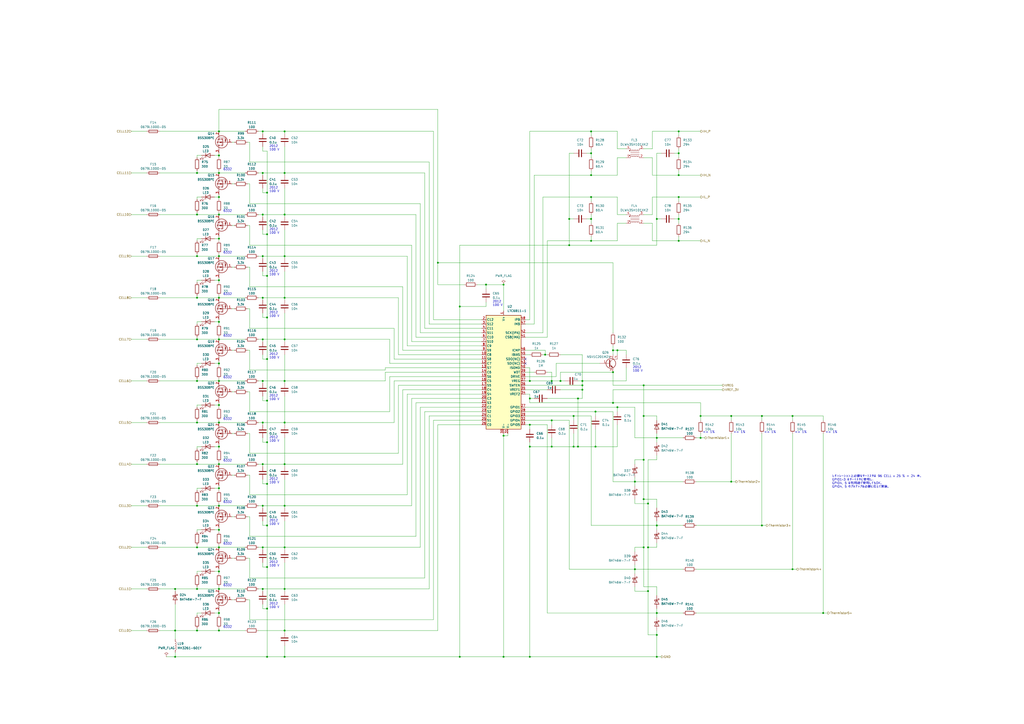
<source format=kicad_sch>
(kicad_sch (version 20230121) (generator eeschema)
  (paper "A2")
  (lib_symbols
    (symbol "Device:C" (pin_numbers hide) (pin_names (offset 0.254))
      (property "Reference" "C" (at 0.635 2.54 0))
      (property "Value" "C" (at 0.635 -2.54 0))
      (symbol "C_1_1"
        (pin passive line (at 0 3.81 270) (length 2.794) (name "~") (number "1"))
        (pin passive line (at 0 -3.81 90) (length 2.794) (name "~") (number "2"))
      )
    )
    (symbol "Device:LED" (pin_numbers hide) (pin_names (offset 1.016) hide)
      (property "Reference" "D" (at 0 2.54 0))
      (property "Value" "LED" (at 0 -2.54 0))
      (symbol "LED_1_1"
        (pin passive line (at -3.81 0 0) (length 2.54) (name "K") (number "1"))
        (pin passive line (at 3.81 0 180) (length 2.54) (name "A") (number "2"))
      )
    )
    (symbol "Device:R" (pin_numbers hide) (pin_names (offset 0))
      (property "Reference" "R" (at 2.032 0 90))
      (property "Value" "R" (at 0 0 90))
      (symbol "R_1_1"
        (pin passive line (at 0 3.81 270) (length 1.27) (name "~") (number "1"))
        (pin passive line (at 0 -3.81 90) (length 1.27) (name "~") (number "2"))
      )
    )
    (symbol "ProjectEV:BatteryManagement_LTC6811-1"
      (property "Reference" "U" (at -10.16 34.29 0))
      (property "Value" "LTC6811-1" (at -16.51 -34.29 0))
      (symbol "BatteryManagement_LTC6811-1_1_1"
        (pin power_in line (at 0 35.56 270) (length 2.54) (name "V+") (number "1"))
        (pin input line (at -12.7 10.16 0) (length 2.54) (name "C8") (number "10"))
        (pin bidirectional line (at -12.7 7.62 0) (length 2.54) (name "S8") (number "11"))
        (pin input line (at -12.7 5.08 0) (length 2.54) (name "C7") (number "12"))
        (pin bidirectional line (at -12.7 2.54 0) (length 2.54) (name "S7") (number "13"))
        (pin input line (at -12.7 0 0) (length 2.54) (name "C6") (number "14"))
        (pin bidirectional line (at -12.7 -2.54 0) (length 2.54) (name "S6") (number "15"))
        (pin input line (at -12.7 -5.08 0) (length 2.54) (name "C5") (number "16"))
        (pin bidirectional line (at -12.7 -7.62 0) (length 2.54) (name "S5") (number "17"))
        (pin input line (at -12.7 -10.16 0) (length 2.54) (name "C4") (number "18"))
        (pin bidirectional line (at -12.7 -12.7 0) (length 2.54) (name "S4") (number "19"))
        (pin input line (at -12.7 30.48 0) (length 2.54) (name "C12") (number "2"))
        (pin input line (at -12.7 -15.24 0) (length 2.54) (name "C3") (number "20"))
        (pin bidirectional line (at -12.7 -17.78 0) (length 2.54) (name "S3") (number "21"))
        (pin input line (at -12.7 -20.32 0) (length 2.54) (name "C2") (number "22"))
        (pin bidirectional line (at -12.7 -22.86 0) (length 2.54) (name "S2") (number "23"))
        (pin input line (at -12.7 -25.4 0) (length 2.54) (name "C1") (number "24"))
        (pin bidirectional line (at -12.7 -27.94 0) (length 2.54) (name "S1") (number "25"))
        (pin input line (at -12.7 -30.48 0) (length 2.54) (name "C0") (number "26"))
        (pin bidirectional line (at 12.7 -20.32 180) (length 2.54) (name "GPIO1") (number "27"))
        (pin bidirectional line (at 12.7 -22.86 180) (length 2.54) (name "GPIO2") (number "28"))
        (pin bidirectional line (at 12.7 -25.4 180) (length 2.54) (name "GPIO3") (number "29"))
        (pin bidirectional line (at -12.7 27.94 0) (length 2.54) (name "S12") (number "3"))
        (pin passive line (at 0 -35.56 90) (length 2.54) (name "V-") (number "30"))
        (pin passive line (at 2.54 -35.56 90) (length 2.54) (name "V-") (number "31"))
        (pin bidirectional line (at 12.7 -27.94 180) (length 2.54) (name "GPIO4") (number "32"))
        (pin bidirectional line (at 12.7 -30.48 180) (length 2.54) (name "GPIO5") (number "33"))
        (pin output line (at 12.7 -12.7 180) (length 2.54) (name "VREF2") (number "34"))
        (pin output line (at 12.7 -10.16 180) (length 2.54) (name "VREF1") (number "35"))
        (pin input line (at 12.7 -7.62 180) (length 2.54) (name "SWTEN") (number "36"))
        (pin input line (at 12.7 -5.08 180) (length 2.54) (name "VREG") (number "37"))
        (pin output line (at 12.7 -2.54 180) (length 2.54) (name "DRIVE") (number "38"))
        (pin output line (at 12.7 0 180) (length 2.54) (name "WDT") (number "39"))
        (pin input line (at -12.7 25.4 0) (length 2.54) (name "C11") (number "4"))
        (pin input line (at 12.7 2.54 180) (length 2.54) (name "ISOMD") (number "40"))
        (pin bidirectional line (at 12.7 20.32 180) (length 2.54) (name "CSB(IMA)") (number "41"))
        (pin bidirectional line (at 12.7 22.86 180) (length 2.54) (name "SCK(IPA)") (number "42"))
        (pin input line (at 12.7 5.08 180) (length 2.54) (name "SDI(NC)") (number "43"))
        (pin open_collector line (at 12.7 7.62 180) (length 2.54) (name "SDO(NC)") (number "44"))
        (pin passive line (at 12.7 10.16 180) (length 2.54) (name "IBIAS") (number "45"))
        (pin passive line (at 12.7 12.7 180) (length 2.54) (name "ICMP") (number "46"))
        (pin bidirectional line (at 12.7 27.94 180) (length 2.54) (name "IMB") (number "47"))
        (pin bidirectional line (at 12.7 30.48 180) (length 2.54) (name "IPB") (number "48"))
        (pin bidirectional line (at -12.7 22.86 0) (length 2.54) (name "S11") (number "5"))
        (pin input line (at -12.7 20.32 0) (length 2.54) (name "C10") (number "6"))
        (pin bidirectional line (at -12.7 17.78 0) (length 2.54) (name "S10") (number "7"))
        (pin input line (at -12.7 15.24 0) (length 2.54) (name "C9") (number "8"))
        (pin bidirectional line (at -12.7 12.7 0) (length 2.54) (name "S9") (number "9"))
      )
    )
    (symbol "ProjectEV:CommonModeChoke_DLW43SH101" (pin_names (offset 0.254) hide)
      (property "Reference" "FL" (at 0 4.445 0))
      (property "Value" "DLW43SH101" (at 0 -4.445 0))
      (symbol "CommonModeChoke_DLW43SH101_1_1"
        (pin passive line (at -5.08 -2.54 0) (length 2.54) (name "1") (number "1"))
        (pin passive line (at 5.08 -2.54 180) (length 2.54) (name "2") (number "2"))
        (pin passive line (at 5.08 2.54 180) (length 2.54) (name "3") (number "3"))
        (pin passive line (at -5.08 2.54 0) (length 2.54) (name "4") (number "4"))
      )
    )
    (symbol "ProjectEV:D_BAT46W-7-F" (pin_numbers hide) (pin_names (offset 1.016) hide)
      (property "Reference" "D" (at 0 2.54 0))
      (property "Value" "BAT46W-7-F" (at 0 -2.54 0))
      (symbol "D_BAT46W-7-F_1_1"
        (pin passive line (at -3.81 0 0) (length 2.54) (name "K") (number "1"))
        (pin passive line (at 3.81 0 180) (length 2.54) (name "A") (number "2"))
      )
    )
    (symbol "ProjectEV:Fuse_0679L1000-05" (pin_numbers hide) (pin_names (offset 0))
      (property "Reference" "F" (at 2.032 0 90))
      (property "Value" "0679L1000-05" (at -1.905 0 90))
      (symbol "Fuse_0679L1000-05_1_1"
        (pin passive line (at 0 3.81 270) (length 1.27) (name "~") (number "1"))
        (pin passive line (at 0 -3.81 90) (length 1.27) (name "~") (number "2"))
      )
    )
    (symbol "ProjectEV:L_MH3261" (pin_numbers hide) (pin_names (offset 1.016) hide)
      (property "Reference" "L" (at -1.27 0 90))
      (property "Value" "MH3261" (at 1.905 0 90))
      (symbol "L_MH3261_1_1"
        (pin passive line (at 0 3.81 270) (length 1.27) (name "1") (number "1"))
        (pin passive line (at 0 -3.81 90) (length 1.27) (name "2") (number "2"))
      )
    )
    (symbol "ProjectEV:Transistor_BSS308PE" (pin_names (offset 0) hide)
      (property "Reference" "Q" (at 5.08 1.27 0))
      (property "Value" "BSS308PE" (at 5.08 -1.27 0))
      (symbol "Transistor_BSS308PE_1_1"
        (pin input line (at -5.08 0 0) (length 2.54) (name "G") (number "1"))
        (pin passive line (at 2.54 -6.35 90) (length 2.54) (name "S") (number "2"))
        (pin passive line (at 2.54 6.35 270) (length 2.54) (name "D") (number "3"))
      )
    )
    (symbol "ProjectEV:Transistor_NSV1C201MZ4" (pin_names (offset 0) hide)
      (property "Reference" "Q" (at 5.08 1.27 0))
      (property "Value" "NSV1C201MZ4" (at 5.08 -1.27 0))
      (symbol "Transistor_NSV1C201MZ4_1_1"
        (pin passive line (at -5.08 0 0) (length 5.715) (name "B") (number "1"))
        (pin passive line (at 2.54 5.08 270) (length 2.54) (name "C") (number "2"))
        (pin passive line (at 2.54 -5.08 90) (length 2.54) (name "E") (number "3"))
        (pin passive line (at 5.08 5.08 270) (length 2.54) (name "C") (number "4"))
      )
    )
    (symbol "power:PWR_FLAG" (power) (pin_numbers hide) (pin_names (offset 0) hide)
      (property "Value" "PWR_FLAG" (at 0 3.81 0))
      (symbol "PWR_FLAG_0_0"
        (pin power_out line (at 0 0 90) (length 0) (name "pwr") (number "1"))
      )
    )
  )
  (junction (at 307.34 220.98))
  (junction (at 441.96 304.8))
  (junction (at 335.28 259.08))
  (junction (at 152.4 76.2))
  (junction (at 152.4 317.5))
  (junction (at 358.14 203.2))
  (junction (at 342.9 114.3))
  (junction (at 393.7 127))
  (junction (at 393.7 101.6))
  (junction (at 281.94 165.1))
  (junction (at 165.1 341.63))
  (junction (at 127 317.5))
  (junction (at 355.6 203.2))
  (junction (at 477.52 355.6))
  (junction (at 337.82 226.06))
  (junction (at 292.1 381))
  (junction (at 127 269.24))
  (junction (at 441.96 241.3))
  (junction (at 320.04 259.08))
  (junction (at 154.94 280.67))
  (junction (at 127 245.11))
  (junction (at 152.4 148.59))
  (junction (at 165.1 124.46))
  (junction (at 337.82 223.52))
  (junction (at 165.1 172.72))
  (junction (at 355.6 233.68))
  (junction (at 114.3 148.59))
  (junction (at 114.3 269.24))
  (junction (at 381 381))
  (junction (at 345.44 238.76))
  (junction (at 165.1 76.2))
  (junction (at 127 341.63))
  (junction (at 165.1 245.11))
  (junction (at 459.74 241.3))
  (junction (at 114.3 124.46))
  (junction (at 154.94 304.8))
  (junction (at 373.38 241.3))
  (junction (at 424.18 241.3))
  (junction (at 154.94 353.06))
  (junction (at 127 293.37))
  (junction (at 320.04 243.84))
  (junction (at 101.6 365.76))
  (junction (at 307.34 381))
  (junction (at 127 100.33))
  (junction (at 342.9 127))
  (junction (at 154.94 135.89))
  (junction (at 393.7 76.2))
  (junction (at 114.3 317.5))
  (junction (at 316.23 205.74))
  (junction (at 381 304.8))
  (junction (at 165.1 293.37))
  (junction (at 114.3 196.85))
  (junction (at 127 234.95))
  (junction (at 266.7 381))
  (junction (at 292.1 252.73))
  (junction (at 381 368.3))
  (junction (at 266.7 177.8))
  (junction (at 127 210.82))
  (junction (at 406.4 254))
  (junction (at 114.3 245.11))
  (junction (at 373.38 223.52))
  (junction (at 152.4 269.24))
  (junction (at 127 307.34))
  (junction (at 127 283.21))
  (junction (at 165.1 269.24))
  (junction (at 127 172.72))
  (junction (at 459.74 330.2))
  (junction (at 254 152.4))
  (junction (at 114.3 293.37))
  (junction (at 320.04 220.98))
  (junction (at 152.4 341.63))
  (junction (at 393.7 114.3))
  (junction (at 165.1 381))
  (junction (at 152.4 293.37))
  (junction (at 127 162.56))
  (junction (at 127 148.59))
  (junction (at 152.4 220.98))
  (junction (at 114.3 100.33))
  (junction (at 154.94 232.41))
  (junction (at 373.38 289.56))
  (junction (at 165.1 196.85))
  (junction (at 152.4 172.72))
  (junction (at 154.94 184.15))
  (junction (at 373.38 266.7))
  (junction (at 381 355.6))
  (junction (at 127 90.17))
  (junction (at 393.7 139.7))
  (junction (at 127 114.3))
  (junction (at 368.3 279.4))
  (junction (at 152.4 124.46))
  (junction (at 165.1 100.33))
  (junction (at 154.94 208.28))
  (junction (at 114.3 341.63))
  (junction (at 127 138.43))
  (junction (at 393.7 88.9))
  (junction (at 342.9 139.7))
  (junction (at 335.28 231.14))
  (junction (at 127 365.76))
  (junction (at 375.92 317.5))
  (junction (at 127 124.46))
  (junction (at 165.1 365.76))
  (junction (at 154.94 256.54))
  (junction (at 307.34 231.14))
  (junction (at 330.2 142.24))
  (junction (at 114.3 172.72))
  (junction (at 342.9 101.6))
  (junction (at 127 76.2))
  (junction (at 375.92 342.9))
  (junction (at 381 254))
  (junction (at 114.3 220.98))
  (junction (at 165.1 220.98))
  (junction (at 152.4 196.85))
  (junction (at 332.74 259.08))
  (junction (at 368.3 330.2))
  (junction (at 355.6 215.9))
  (junction (at 154.94 160.02))
  (junction (at 381 127))
  (junction (at 165.1 148.59))
  (junction (at 127 196.85))
  (junction (at 406.4 241.3))
  (junction (at 345.44 259.08))
  (junction (at 154.94 111.76))
  (junction (at 342.9 88.9))
  (junction (at 330.2 127))
  (junction (at 154.94 328.93))
  (junction (at 307.34 246.38))
  (junction (at 307.34 259.08))
  (junction (at 292.1 165.1))
  (junction (at 332.74 241.3))
  (junction (at 337.82 220.98))
  (junction (at 101.6 341.63))
  (junction (at 152.4 245.11))
  (junction (at 165.1 317.5))
  (junction (at 342.9 76.2))
  (junction (at 358.14 236.22))
  (junction (at 424.18 279.4))
  (junction (at 325.12 220.98))
  (junction (at 114.3 365.76))
  (junction (at 152.4 100.33))
  (junction (at 101.6 381))
  (junction (at 154.94 381))
  (junction (at 373.38 317.5))
  (junction (at 127 259.08))
  (junction (at 127 220.98))
  (junction (at 127 331.47))
  (junction (at 127 186.69))
  (junction (at 375.92 292.1))
  (junction (at 127 355.6))
  (no_connect (at 304.8 210.82))
  (no_connect (at 304.8 208.28))
  (wire (pts (xy 152.4 148.59) (xy 165.1 148.59)))
  (wire (pts (xy 358.14 129.54) (xy 363.22 129.54)))
  (wire (pts (xy 381 304.8) (xy 342.9 304.8)))
  (wire (pts (xy 304.8 223.52) (xy 337.82 223.52)))
  (wire (pts (xy 134.62 251.46) (xy 135.89 251.46)))
  (wire (pts (xy 149.86 148.59) (xy 152.4 148.59)))
  (wire (pts (xy 459.74 241.3) (xy 459.74 243.84)))
  (wire (pts (xy 226.06 218.44) (xy 279.4 218.44)))
  (wire (pts (xy 127 124.46) (xy 127 123.19)))
  (wire (pts (xy 309.88 101.6) (xy 342.9 101.6)))
  (wire (pts (xy 114.3 365.76) (xy 127 365.76)))
  (wire (pts (xy 307.34 259.08) (xy 320.04 259.08)))
  (wire (pts (xy 373.38 266.7) (xy 373.38 289.56)))
  (wire (pts (xy 342.9 127) (xy 342.9 129.54)))
  (wire (pts (xy 154.94 160.02) (xy 154.94 184.15)))
  (wire (pts (xy 368.3 236.22) (xy 368.3 254)))
  (wire (pts (xy 143.51 82.55) (xy 144.78 82.55)))
  (wire (pts (xy 332.74 251.46) (xy 332.74 259.08)))
  (wire (pts (xy 406.4 254) (xy 408.94 254)))
  (wire (pts (xy 330.2 142.24) (xy 330.2 127)))
  (wire (pts (xy 307.34 256.54) (xy 307.34 259.08)))
  (wire (pts (xy 378.46 124.46) (xy 378.46 114.3)))
  (wire (pts (xy 304.8 193.04) (xy 314.96 193.04)))
  (wire (pts (xy 241.3 233.68) (xy 279.4 233.68)))
  (wire (pts (xy 248.92 341.63) (xy 165.1 341.63)))
  (wire (pts (xy 96.52 381) (xy 101.6 381)))
  (wire (pts (xy 335.28 220.98) (xy 337.82 220.98)))
  (wire (pts (xy 391.16 127) (xy 393.7 127)))
  (wire (pts (xy 144.78 251.46) (xy 144.78 262.89)))
  (wire (pts (xy 101.6 365.76) (xy 114.3 365.76)))
  (wire (pts (xy 114.3 172.72) (xy 127 172.72)))
  (wire (pts (xy 314.96 205.74) (xy 316.23 205.74)))
  (wire (pts (xy 317.5 246.38) (xy 307.34 246.38)))
  (wire (pts (xy 114.3 147.32) (xy 114.3 148.59)))
  (wire (pts (xy 152.4 124.46) (xy 165.1 124.46)))
  (wire (pts (xy 92.71 245.11) (xy 114.3 245.11)))
  (wire (pts (xy 251.46 185.42) (xy 251.46 76.2)))
  (wire (pts (xy 406.4 233.68) (xy 406.4 241.3)))
  (wire (pts (xy 101.6 342.9) (xy 101.6 341.63)))
  (wire (pts (xy 127 148.59) (xy 127 147.32)))
  (wire (pts (xy 114.3 124.46) (xy 127 124.46)))
  (wire (pts (xy 381 127) (xy 383.54 127)))
  (wire (pts (xy 281.94 175.26) (xy 281.94 177.8)))
  (wire (pts (xy 304.8 213.36) (xy 307.34 213.36)))
  (wire (pts (xy 246.38 100.33) (xy 165.1 100.33)))
  (wire (pts (xy 144.78 82.55) (xy 144.78 93.98)))
  (wire (pts (xy 241.3 195.58) (xy 241.3 124.46)))
  (wire (pts (xy 143.51 203.2) (xy 144.78 203.2)))
  (wire (pts (xy 381 304.8) (xy 381 307.34)))
  (wire (pts (xy 144.78 359.41) (xy 251.46 359.41)))
  (wire (pts (xy 358.14 86.36) (xy 363.22 86.36)))
  (wire (pts (xy 144.78 166.37) (xy 233.68 166.37)))
  (wire (pts (xy 373.38 266.7) (xy 368.3 266.7)))
  (wire (pts (xy 403.86 330.2) (xy 459.74 330.2)))
  (wire (pts (xy 368.3 342.9) (xy 375.92 342.9)))
  (wire (pts (xy 152.4 232.41) (xy 154.94 232.41)))
  (wire (pts (xy 165.1 245.11) (xy 165.1 246.38)))
  (wire (pts (xy 304.8 185.42) (xy 307.34 185.42)))
  (wire (pts (xy 424.18 241.3) (xy 406.4 241.3)))
  (wire (pts (xy 144.78 154.94) (xy 144.78 166.37)))
  (wire (pts (xy 127 76.2) (xy 142.24 76.2)))
  (wire (pts (xy 127 283.21) (xy 127 284.48)))
  (wire (pts (xy 92.71 124.46) (xy 114.3 124.46)))
  (wire (pts (xy 358.14 246.38) (xy 358.14 259.08)))
  (wire (pts (xy 307.34 185.42) (xy 307.34 76.2)))
  (wire (pts (xy 76.2 269.24) (xy 85.09 269.24)))
  (wire (pts (xy 368.3 317.5) (xy 368.3 320.04)))
  (wire (pts (xy 419.1 223.52) (xy 373.38 223.52)))
  (wire (pts (xy 116.84 90.17) (xy 114.3 90.17)))
  (wire (pts (xy 363.22 213.36) (xy 363.22 220.98)))
  (wire (pts (xy 325.12 205.74) (xy 337.82 205.74)))
  (wire (pts (xy 477.52 251.46) (xy 477.52 355.6)))
  (wire (pts (xy 144.78 238.76) (xy 226.06 238.76)))
  (wire (pts (xy 246.38 335.28) (xy 246.38 238.76)))
  (wire (pts (xy 127 100.33) (xy 127 99.06)))
  (wire (pts (xy 373.38 223.52) (xy 355.6 223.52)))
  (wire (pts (xy 144.78 106.68) (xy 144.78 118.11)))
  (wire (pts (xy 363.22 205.74) (xy 363.22 203.2)))
  (wire (pts (xy 165.1 269.24) (xy 165.1 270.51)))
  (wire (pts (xy 154.94 256.54) (xy 154.94 280.67)))
  (wire (pts (xy 149.86 269.24) (xy 152.4 269.24)))
  (wire (pts (xy 76.2 317.5) (xy 85.09 317.5)))
  (wire (pts (xy 279.4 226.06) (xy 233.68 226.06)))
  (wire (pts (xy 393.7 101.6) (xy 378.46 101.6)))
  (wire (pts (xy 143.51 299.72) (xy 144.78 299.72)))
  (wire (pts (xy 152.4 100.33) (xy 152.4 101.6)))
  (wire (pts (xy 345.44 238.76) (xy 345.44 241.3)))
  (wire (pts (xy 165.1 181.61) (xy 165.1 196.85)))
  (wire (pts (xy 76.2 76.2) (xy 85.09 76.2)))
  (wire (pts (xy 251.46 76.2) (xy 165.1 76.2)))
  (wire (pts (xy 358.14 114.3) (xy 358.14 124.46)))
  (wire (pts (xy 231.14 172.72) (xy 165.1 172.72)))
  (wire (pts (xy 363.22 220.98) (xy 337.82 220.98)))
  (wire (pts (xy 477.52 355.6) (xy 480.06 355.6)))
  (wire (pts (xy 381 355.6) (xy 381 358.14)))
  (wire (pts (xy 152.4 157.48) (xy 152.4 160.02)))
  (wire (pts (xy 368.3 236.22) (xy 358.14 236.22)))
  (wire (pts (xy 114.3 196.85) (xy 127 196.85)))
  (wire (pts (xy 381 302.26) (xy 381 304.8)))
  (wire (pts (xy 114.3 269.24) (xy 127 269.24)))
  (wire (pts (xy 355.6 279.4) (xy 368.3 279.4)))
  (wire (pts (xy 144.78 142.24) (xy 238.76 142.24)))
  (wire (pts (xy 114.3 243.84) (xy 114.3 245.11)))
  (wire (pts (xy 378.46 114.3) (xy 393.7 114.3)))
  (wire (pts (xy 266.7 177.8) (xy 281.94 177.8)))
  (wire (pts (xy 330.2 243.84) (xy 330.2 330.2)))
  (wire (pts (xy 127 162.56) (xy 127 163.83)))
  (wire (pts (xy 114.3 316.23) (xy 114.3 317.5)))
  (wire (pts (xy 114.3 340.36) (xy 114.3 341.63)))
  (wire (pts (xy 226.06 238.76) (xy 226.06 218.44)))
  (wire (pts (xy 342.9 304.8) (xy 342.9 241.3)))
  (wire (pts (xy 152.4 184.15) (xy 154.94 184.15)))
  (wire (pts (xy 424.18 251.46) (xy 424.18 279.4)))
  (wire (pts (xy 116.84 138.43) (xy 114.3 138.43)))
  (wire (pts (xy 337.82 223.52) (xy 337.82 226.06)))
  (wire (pts (xy 375.92 342.9) (xy 375.92 317.5)))
  (wire (pts (xy 165.1 245.11) (xy 228.6 245.11)))
  (wire (pts (xy 375.92 292.1) (xy 375.92 266.7)))
  (wire (pts (xy 144.78 262.89) (xy 231.14 262.89)))
  (wire (pts (xy 424.18 243.84) (xy 424.18 241.3)))
  (wire (pts (xy 226.06 210.82) (xy 226.06 196.85)))
  (wire (pts (xy 76.2 100.33) (xy 85.09 100.33)))
  (wire (pts (xy 143.51 347.98) (xy 144.78 347.98)))
  (wire (pts (xy 127 88.9) (xy 127 90.17)))
  (wire (pts (xy 101.6 350.52) (xy 101.6 365.76)))
  (wire (pts (xy 393.7 114.3) (xy 393.7 116.84)))
  (wire (pts (xy 368.3 340.36) (xy 368.3 342.9)))
  (wire (pts (xy 149.86 196.85) (xy 152.4 196.85)))
  (wire (pts (xy 279.4 195.58) (xy 241.3 195.58)))
  (wire (pts (xy 251.46 243.84) (xy 279.4 243.84)))
  (wire (pts (xy 358.14 124.46) (xy 363.22 124.46)))
  (wire (pts (xy 325.12 220.98) (xy 327.66 220.98)))
  (wire (pts (xy 127 186.69) (xy 127 187.96)))
  (wire (pts (xy 309.88 187.96) (xy 309.88 101.6)))
  (wire (pts (xy 149.86 365.76) (xy 165.1 365.76)))
  (wire (pts (xy 127 269.24) (xy 142.24 269.24)))
  (wire (pts (xy 355.6 193.04) (xy 355.6 152.4)))
  (wire (pts (xy 393.7 99.06) (xy 393.7 101.6)))
  (wire (pts (xy 152.4 304.8) (xy 154.94 304.8)))
  (wire (pts (xy 406.4 243.84) (xy 406.4 241.3)))
  (wire (pts (xy 116.84 162.56) (xy 114.3 162.56)))
  (wire (pts (xy 320.04 243.84) (xy 330.2 243.84)))
  (wire (pts (xy 236.22 148.59) (xy 165.1 148.59)))
  (wire (pts (xy 340.36 88.9) (xy 342.9 88.9)))
  (wire (pts (xy 314.96 114.3) (xy 342.9 114.3)))
  (wire (pts (xy 246.38 190.5) (xy 246.38 100.33)))
  (wire (pts (xy 149.86 341.63) (xy 152.4 341.63)))
  (wire (pts (xy 114.3 283.21) (xy 114.3 284.48)))
  (wire (pts (xy 373.38 241.3) (xy 373.38 223.52)))
  (wire (pts (xy 378.46 76.2) (xy 393.7 76.2)))
  (wire (pts (xy 152.4 148.59) (xy 152.4 149.86)))
  (wire (pts (xy 152.4 317.5) (xy 165.1 317.5)))
  (wire (pts (xy 143.51 323.85) (xy 144.78 323.85)))
  (wire (pts (xy 231.14 262.89) (xy 231.14 223.52)))
  (wire (pts (xy 154.94 208.28) (xy 154.94 232.41)))
  (wire (pts (xy 114.3 148.59) (xy 127 148.59)))
  (wire (pts (xy 154.94 280.67) (xy 154.94 304.8)))
  (wire (pts (xy 304.8 243.84) (xy 320.04 243.84)))
  (wire (pts (xy 154.94 135.89) (xy 154.94 160.02)))
  (wire (pts (xy 154.94 87.63) (xy 154.94 111.76)))
  (wire (pts (xy 279.4 190.5) (xy 246.38 190.5)))
  (wire (pts (xy 317.5 215.9) (xy 320.04 215.9)))
  (wire (pts (xy 165.1 157.48) (xy 165.1 172.72)))
  (wire (pts (xy 378.46 101.6) (xy 378.46 91.44)))
  (wire (pts (xy 134.62 323.85) (xy 135.89 323.85)))
  (wire (pts (xy 134.62 203.2) (xy 135.89 203.2)))
  (wire (pts (xy 320.04 243.84) (xy 320.04 246.38)))
  (wire (pts (xy 243.84 193.04) (xy 279.4 193.04)))
  (wire (pts (xy 101.6 341.63) (xy 114.3 341.63)))
  (wire (pts (xy 441.96 241.3) (xy 424.18 241.3)))
  (wire (pts (xy 149.86 124.46) (xy 152.4 124.46)))
  (wire (pts (xy 325.12 226.06) (xy 337.82 226.06)))
  (wire (pts (xy 226.06 196.85) (xy 165.1 196.85)))
  (wire (pts (xy 223.52 213.36) (xy 279.4 213.36)))
  (wire (pts (xy 393.7 139.7) (xy 378.46 139.7)))
  (wire (pts (xy 373.38 241.3) (xy 381 241.3)))
  (wire (pts (xy 134.62 154.94) (xy 135.89 154.94)))
  (wire (pts (xy 307.34 381) (xy 381 381)))
  (wire (pts (xy 238.76 142.24) (xy 238.76 198.12)))
  (wire (pts (xy 358.14 76.2) (xy 358.14 86.36)))
  (wire (pts (xy 223.52 220.98) (xy 165.1 220.98)))
  (wire (pts (xy 358.14 139.7) (xy 358.14 129.54)))
  (wire (pts (xy 396.24 355.6) (xy 381 355.6)))
  (wire (pts (xy 342.9 241.3) (xy 332.74 241.3)))
  (wire (pts (xy 76.2 365.76) (xy 85.09 365.76)))
  (wire (pts (xy 342.9 124.46) (xy 342.9 127)))
  (wire (pts (xy 307.34 246.38) (xy 304.8 246.38)))
  (wire (pts (xy 279.4 241.3) (xy 248.92 241.3)))
  (wire (pts (xy 152.4 278.13) (xy 152.4 280.67)))
  (wire (pts (xy 342.9 101.6) (xy 358.14 101.6)))
  (wire (pts (xy 294.64 251.46) (xy 294.64 252.73)))
  (wire (pts (xy 304.8 220.98) (xy 307.34 220.98)))
  (wire (pts (xy 248.92 93.98) (xy 248.92 187.96)))
  (wire (pts (xy 114.3 307.34) (xy 114.3 308.61)))
  (wire (pts (xy 304.8 195.58) (xy 317.5 195.58)))
  (wire (pts (xy 342.9 139.7) (xy 358.14 139.7)))
  (wire (pts (xy 127 161.29) (xy 127 162.56)))
  (wire (pts (xy 124.46 355.6) (xy 127 355.6)))
  (wire (pts (xy 152.4 341.63) (xy 152.4 342.9)))
  (wire (pts (xy 243.84 118.11) (xy 243.84 193.04)))
  (wire (pts (xy 165.1 124.46) (xy 165.1 125.73)))
  (wire (pts (xy 325.12 215.9) (xy 355.6 215.9)))
  (wire (pts (xy 114.3 210.82) (xy 114.3 212.09)))
  (wire (pts (xy 165.1 293.37) (xy 165.1 294.64)))
  (wire (pts (xy 381 340.36) (xy 381 345.44)))
  (wire (pts (xy 165.1 172.72) (xy 165.1 173.99)))
  (wire (pts (xy 127 76.2) (xy 127 63.5)))
  (wire (pts (xy 304.8 203.2) (xy 316.23 203.2)))
  (wire (pts (xy 76.2 124.46) (xy 85.09 124.46)))
  (wire (pts (xy 114.3 331.47) (xy 114.3 332.74)))
  (wire (pts (xy 459.74 241.3) (xy 477.52 241.3)))
  (wire (pts (xy 342.9 99.06) (xy 342.9 101.6)))
  (wire (pts (xy 152.4 220.98) (xy 165.1 220.98)))
  (wire (pts (xy 373.38 289.56) (xy 381 289.56)))
  (wire (pts (xy 233.68 226.06) (xy 233.68 269.24)))
  (wire (pts (xy 76.2 172.72) (xy 85.09 172.72)))
  (wire (pts (xy 127 317.5) (xy 142.24 317.5)))
  (wire (pts (xy 152.4 280.67) (xy 154.94 280.67)))
  (wire (pts (xy 127 245.11) (xy 127 243.84)))
  (wire (pts (xy 152.4 205.74) (xy 152.4 208.28)))
  (wire (pts (xy 127 148.59) (xy 142.24 148.59)))
  (wire (pts (xy 114.3 355.6) (xy 114.3 356.87)))
  (wire (pts (xy 330.2 127) (xy 332.74 127)))
  (wire (pts (xy 368.3 279.4) (xy 368.3 281.94)))
  (wire (pts (xy 281.94 165.1) (xy 292.1 165.1)))
  (wire (pts (xy 127 269.24) (xy 127 267.97)))
  (wire (pts (xy 127 185.42) (xy 127 186.69)))
  (wire (pts (xy 373.38 340.36) (xy 381 340.36)))
  (wire (pts (xy 152.4 109.22) (xy 152.4 111.76)))
  (wire (pts (xy 279.4 236.22) (xy 243.84 236.22)))
  (wire (pts (xy 152.4 269.24) (xy 152.4 270.51)))
  (wire (pts (xy 373.38 86.36) (xy 378.46 86.36)))
  (wire (pts (xy 355.6 238.76) (xy 355.6 279.4)))
  (wire (pts (xy 373.38 317.5) (xy 373.38 340.36)))
  (wire (pts (xy 378.46 91.44) (xy 373.38 91.44)))
  (wire (pts (xy 116.84 210.82) (xy 114.3 210.82)))
  (wire (pts (xy 254 165.1) (xy 269.24 165.1)))
  (wire (pts (xy 144.78 93.98) (xy 248.92 93.98)))
  (wire (pts (xy 165.1 229.87) (xy 165.1 245.11)))
  (wire (pts (xy 114.3 100.33) (xy 127 100.33)))
  (wire (pts (xy 114.3 267.97) (xy 114.3 269.24)))
  (wire (pts (xy 325.12 215.9) (xy 325.12 220.98)))
  (wire (pts (xy 358.14 101.6) (xy 358.14 91.44)))
  (wire (pts (xy 342.9 114.3) (xy 358.14 114.3)))
  (wire (pts (xy 403.86 254) (xy 406.4 254)))
  (wire (pts (xy 124.46 259.08) (xy 127 259.08)))
  (wire (pts (xy 114.3 123.19) (xy 114.3 124.46)))
  (wire (pts (xy 143.51 251.46) (xy 144.78 251.46)))
  (wire (pts (xy 165.1 365.76) (xy 165.1 367.03)))
  (wire (pts (xy 114.3 90.17) (xy 114.3 91.44)))
  (wire (pts (xy 248.92 187.96) (xy 279.4 187.96)))
  (wire (pts (xy 152.4 353.06) (xy 154.94 353.06)))
  (wire (pts (xy 165.1 196.85) (xy 165.1 198.12)))
  (wire (pts (xy 152.4 87.63) (xy 154.94 87.63)))
  (wire (pts (xy 165.1 278.13) (xy 165.1 293.37)))
  (wire (pts (xy 241.3 124.46) (xy 165.1 124.46)))
  (wire (pts (xy 152.4 269.24) (xy 165.1 269.24)))
  (wire (pts (xy 143.51 106.68) (xy 144.78 106.68)))
  (wire (pts (xy 92.71 220.98) (xy 114.3 220.98)))
  (wire (pts (xy 154.94 232.41) (xy 154.94 256.54)))
  (wire (pts (xy 154.94 381) (xy 165.1 381)))
  (wire (pts (xy 124.46 234.95) (xy 127 234.95)))
  (wire (pts (xy 330.2 88.9) (xy 332.74 88.9)))
  (wire (pts (xy 76.2 220.98) (xy 85.09 220.98)))
  (wire (pts (xy 403.86 279.4) (xy 424.18 279.4)))
  (wire (pts (xy 424.18 279.4) (xy 426.72 279.4)))
  (wire (pts (xy 378.46 139.7) (xy 378.46 129.54)))
  (wire (pts (xy 124.46 114.3) (xy 127 114.3)))
  (wire (pts (xy 316.23 205.74) (xy 317.5 205.74)))
  (wire (pts (xy 381 353.06) (xy 381 355.6)))
  (wire (pts (xy 152.4 208.28) (xy 154.94 208.28)))
  (wire (pts (xy 127 113.03) (xy 127 114.3)))
  (wire (pts (xy 152.4 328.93) (xy 154.94 328.93)))
  (wire (pts (xy 152.4 256.54) (xy 154.94 256.54)))
  (wire (pts (xy 127 124.46) (xy 142.24 124.46)))
  (wire (pts (xy 92.71 365.76) (xy 101.6 365.76)))
  (wire (pts (xy 114.3 195.58) (xy 114.3 196.85)))
  (wire (pts (xy 92.71 317.5) (xy 114.3 317.5)))
  (wire (pts (xy 307.34 259.08) (xy 307.34 381)))
  (wire (pts (xy 279.4 205.74) (xy 231.14 205.74)))
  (wire (pts (xy 307.34 381) (xy 292.1 381)))
  (wire (pts (xy 152.4 220.98) (xy 152.4 222.25)))
  (wire (pts (xy 152.4 124.46) (xy 152.4 125.73)))
  (wire (pts (xy 92.71 76.2) (xy 127 76.2)))
  (wire (pts (xy 127 100.33) (xy 142.24 100.33)))
  (wire (pts (xy 335.28 231.14) (xy 335.28 259.08)))
  (wire (pts (xy 332.74 259.08) (xy 335.28 259.08)))
  (wire (pts (xy 314.96 193.04) (xy 314.96 114.3)))
  (wire (pts (xy 441.96 251.46) (xy 441.96 304.8)))
  (wire (pts (xy 116.84 114.3) (xy 114.3 114.3)))
  (wire (pts (xy 345.44 238.76) (xy 355.6 238.76)))
  (wire (pts (xy 127 220.98) (xy 127 219.71)))
  (wire (pts (xy 320.04 220.98) (xy 325.12 220.98)))
  (wire (pts (xy 393.7 114.3) (xy 406.4 114.3)))
  (wire (pts (xy 307.34 248.92) (xy 307.34 246.38)))
  (wire (pts (xy 342.9 114.3) (xy 342.9 116.84)))
  (wire (pts (xy 459.74 330.2) (xy 462.28 330.2)))
  (wire (pts (xy 381 254) (xy 381 256.54)))
  (wire (pts (xy 368.3 266.7) (xy 368.3 269.24)))
  (wire (pts (xy 304.8 236.22) (xy 358.14 236.22)))
  (wire (pts (xy 355.6 203.2) (xy 358.14 203.2)))
  (wire (pts (xy 307.34 231.14) (xy 307.34 228.6)))
  (wire (pts (xy 116.84 355.6) (xy 114.3 355.6)))
  (wire (pts (xy 292.1 165.1) (xy 292.1 180.34)))
  (wire (pts (xy 127 259.08) (xy 127 260.35)))
  (wire (pts (xy 317.5 231.14) (xy 335.28 231.14)))
  (wire (pts (xy 279.4 246.38) (xy 254 246.38)))
  (wire (pts (xy 304.8 187.96) (xy 309.88 187.96)))
  (wire (pts (xy 127 233.68) (xy 127 234.95)))
  (wire (pts (xy 393.7 139.7) (xy 406.4 139.7)))
  (wire (pts (xy 381 365.76) (xy 381 368.3)))
  (wire (pts (xy 76.2 341.63) (xy 85.09 341.63)))
  (wire (pts (xy 243.84 317.5) (xy 165.1 317.5)))
  (wire (pts (xy 393.7 88.9) (xy 393.7 91.44)))
  (wire (pts (xy 144.78 203.2) (xy 144.78 214.63)))
  (wire (pts (xy 92.71 196.85) (xy 114.3 196.85)))
  (wire (pts (xy 279.4 220.98) (xy 228.6 220.98)))
  (wire (pts (xy 114.3 220.98) (xy 127 220.98)))
  (wire (pts (xy 144.78 275.59) (xy 144.78 287.02)))
  (wire (pts (xy 124.46 186.69) (xy 127 186.69)))
  (wire (pts (xy 335.28 231.14) (xy 337.82 231.14)))
  (wire (pts (xy 393.7 137.16) (xy 393.7 139.7)))
  (wire (pts (xy 381 251.46) (xy 381 254)))
  (wire (pts (xy 337.82 226.06) (xy 337.82 231.14)))
  (wire (pts (xy 358.14 203.2) (xy 358.14 205.74)))
  (wire (pts (xy 223.52 214.63) (xy 223.52 213.36)))
  (wire (pts (xy 393.7 76.2) (xy 406.4 76.2)))
  (wire (pts (xy 393.7 101.6) (xy 406.4 101.6)))
  (wire (pts (xy 152.4 76.2) (xy 165.1 76.2)))
  (wire (pts (xy 238.76 231.14) (xy 238.76 293.37)))
  (wire (pts (xy 127 209.55) (xy 127 210.82)))
  (wire (pts (xy 101.6 381) (xy 154.94 381)))
  (wire (pts (xy 165.1 302.26) (xy 165.1 317.5)))
  (wire (pts (xy 254 152.4) (xy 254 165.1)))
  (wire (pts (xy 165.1 148.59) (xy 165.1 149.86)))
  (wire (pts (xy 127 63.5) (xy 254 63.5)))
  (wire (pts (xy 152.4 341.63) (xy 165.1 341.63)))
  (wire (pts (xy 76.2 196.85) (xy 85.09 196.85)))
  (wire (pts (xy 134.62 299.72) (xy 135.89 299.72)))
  (wire (pts (xy 317.5 355.6) (xy 317.5 246.38)))
  (wire (pts (xy 317.5 139.7) (xy 317.5 195.58)))
  (wire (pts (xy 101.6 365.76) (xy 101.6 370.84)))
  (wire (pts (xy 152.4 245.11) (xy 165.1 245.11)))
  (wire (pts (xy 368.3 330.2) (xy 368.3 332.74)))
  (wire (pts (xy 92.71 341.63) (xy 101.6 341.63)))
  (wire (pts (xy 342.9 86.36) (xy 342.9 88.9)))
  (wire (pts (xy 355.6 233.68) (xy 406.4 233.68)))
  (wire (pts (xy 127 234.95) (xy 127 236.22)))
  (wire (pts (xy 342.9 139.7) (xy 317.5 139.7)))
  (wire (pts (xy 330.2 330.2) (xy 368.3 330.2)))
  (wire (pts (xy 355.6 226.06) (xy 355.6 233.68)))
  (wire (pts (xy 76.2 245.11) (xy 85.09 245.11)))
  (wire (pts (xy 144.78 214.63) (xy 223.52 214.63)))
  (wire (pts (xy 134.62 106.68) (xy 135.89 106.68)))
  (wire (pts (xy 134.62 130.81) (xy 135.89 130.81)))
  (wire (pts (xy 276.86 165.1) (xy 281.94 165.1)))
  (wire (pts (xy 393.7 76.2) (xy 393.7 78.74)))
  (wire (pts (xy 165.1 85.09) (xy 165.1 100.33)))
  (wire (pts (xy 143.51 227.33) (xy 144.78 227.33)))
  (wire (pts (xy 266.7 381) (xy 165.1 381)))
  (wire (pts (xy 279.4 215.9) (xy 223.52 215.9)))
  (wire (pts (xy 228.6 220.98) (xy 228.6 245.11)))
  (wire (pts (xy 165.1 341.63) (xy 165.1 342.9)))
  (wire (pts (xy 116.84 283.21) (xy 114.3 283.21)))
  (wire (pts (xy 127 354.33) (xy 127 355.6)))
  (wire (pts (xy 307.34 213.36) (xy 307.34 220.98)))
  (wire (pts (xy 152.4 196.85) (xy 165.1 196.85)))
  (wire (pts (xy 124.46 138.43) (xy 127 138.43)))
  (wire (pts (xy 149.86 293.37) (xy 152.4 293.37)))
  (wire (pts (xy 152.4 350.52) (xy 152.4 353.06)))
  (wire (pts (xy 231.14 223.52) (xy 279.4 223.52)))
  (wire (pts (xy 307.34 76.2) (xy 342.9 76.2)))
  (wire (pts (xy 355.6 152.4) (xy 254 152.4)))
  (wire (pts (xy 381 254) (xy 368.3 254)))
  (wire (pts (xy 92.71 172.72) (xy 114.3 172.72)))
  (wire (pts (xy 149.86 245.11) (xy 152.4 245.11)))
  (wire (pts (xy 127 172.72) (xy 142.24 172.72)))
  (wire (pts (xy 165.1 365.76) (xy 165.1 350.52)))
  (wire (pts (xy 127 293.37) (xy 142.24 293.37)))
  (wire (pts (xy 373.38 124.46) (xy 378.46 124.46)))
  (wire (pts (xy 143.51 154.94) (xy 144.78 154.94)))
  (wire (pts (xy 149.86 220.98) (xy 152.4 220.98)))
  (wire (pts (xy 76.2 148.59) (xy 85.09 148.59)))
  (wire (pts (xy 393.7 124.46) (xy 393.7 127)))
  (wire (pts (xy 124.46 210.82) (xy 127 210.82)))
  (wire (pts (xy 254 63.5) (xy 254 152.4)))
  (wire (pts (xy 143.51 130.81) (xy 144.78 130.81)))
  (wire (pts (xy 114.3 259.08) (xy 114.3 260.35)))
  (wire (pts (xy 373.38 241.3) (xy 373.38 266.7)))
  (wire (pts (xy 152.4 133.35) (xy 152.4 135.89)))
  (wire (pts (xy 114.3 138.43) (xy 114.3 139.7)))
  (wire (pts (xy 375.92 317.5) (xy 381 317.5)))
  (wire (pts (xy 127 365.76) (xy 127 364.49)))
  (wire (pts (xy 375.92 368.3) (xy 375.92 342.9)))
  (wire (pts (xy 92.71 100.33) (xy 114.3 100.33)))
  (wire (pts (xy 419.1 226.06) (xy 355.6 226.06)))
  (wire (pts (xy 165.1 220.98) (xy 165.1 222.25)))
  (wire (pts (xy 134.62 275.59) (xy 135.89 275.59)))
  (wire (pts (xy 396.24 254) (xy 381 254)))
  (wire (pts (xy 294.64 252.73) (xy 292.1 252.73)))
  (wire (pts (xy 233.68 203.2) (xy 279.4 203.2)))
  (wire (pts (xy 101.6 378.46) (xy 101.6 381)))
  (wire (pts (xy 127 307.34) (xy 127 308.61)))
  (wire (pts (xy 337.82 220.98) (xy 337.82 223.52)))
  (wire (pts (xy 381 264.16) (xy 381 266.7)))
  (wire (pts (xy 127 257.81) (xy 127 259.08)))
  (wire (pts (xy 332.74 243.84) (xy 332.74 241.3)))
  (wire (pts (xy 144.78 179.07) (xy 144.78 190.5)))
  (wire (pts (xy 292.1 251.46) (xy 292.1 252.73)))
  (wire (pts (xy 406.4 251.46) (xy 406.4 254)))
  (wire (pts (xy 228.6 190.5) (xy 228.6 208.28)))
  (wire (pts (xy 152.4 302.26) (xy 152.4 304.8)))
  (wire (pts (xy 381 314.96) (xy 381 317.5)))
  (wire (pts (xy 114.3 171.45) (xy 114.3 172.72)))
  (wire (pts (xy 254 246.38) (xy 254 365.76)))
  (wire (pts (xy 124.46 90.17) (xy 127 90.17)))
  (wire (pts (xy 114.3 341.63) (xy 127 341.63)))
  (wire (pts (xy 127 341.63) (xy 142.24 341.63)))
  (wire (pts (xy 358.14 259.08) (xy 345.44 259.08)))
  (wire (pts (xy 381 381) (xy 383.54 381)))
  (wire (pts (xy 144.78 227.33) (xy 144.78 238.76)))
  (wire (pts (xy 320.04 215.9) (xy 320.04 220.98)))
  (wire (pts (xy 152.4 85.09) (xy 152.4 87.63)))
  (wire (pts (xy 114.3 186.69) (xy 114.3 187.96)))
  (wire (pts (xy 152.4 254) (xy 152.4 256.54)))
  (wire (pts (xy 477.52 241.3) (xy 477.52 243.84)))
  (wire (pts (xy 236.22 287.02) (xy 236.22 228.6)))
  (wire (pts (xy 304.8 226.06) (xy 317.5 226.06)))
  (wire (pts (xy 330.2 127) (xy 330.2 88.9)))
  (wire (pts (xy 144.78 190.5) (xy 228.6 190.5)))
  (wire (pts (xy 243.84 236.22) (xy 243.84 317.5)))
  (wire (pts (xy 152.4 172.72) (xy 152.4 173.99)))
  (wire (pts (xy 368.3 330.2) (xy 396.24 330.2)))
  (wire (pts (xy 279.4 185.42) (xy 251.46 185.42)))
  (wire (pts (xy 127 138.43) (xy 127 139.7)))
  (wire (pts (xy 375.92 266.7) (xy 381 266.7)))
  (wire (pts (xy 355.6 203.2) (xy 355.6 205.74)))
  (wire (pts (xy 127 114.3) (xy 127 115.57)))
  (wire (pts (xy 144.78 347.98) (xy 144.78 359.41)))
  (wire (pts (xy 355.6 223.52) (xy 355.6 215.9)))
  (wire (pts (xy 304.8 238.76) (xy 345.44 238.76)))
  (wire (pts (xy 316.23 203.2) (xy 316.23 205.74)))
  (wire (pts (xy 134.62 227.33) (xy 135.89 227.33)))
  (wire (pts (xy 403.86 304.8) (xy 441.96 304.8)))
  (wire (pts (xy 124.46 283.21) (xy 127 283.21)))
  (wire (pts (xy 154.94 328.93) (xy 154.94 353.06)))
  (wire (pts (xy 124.46 307.34) (xy 127 307.34)))
  (wire (pts (xy 127 137.16) (xy 127 138.43)))
  (wire (pts (xy 149.86 100.33) (xy 152.4 100.33)))
  (wire (pts (xy 152.4 100.33) (xy 165.1 100.33)))
  (wire (pts (xy 152.4 160.02) (xy 154.94 160.02)))
  (wire (pts (xy 381 88.9) (xy 381 127)))
  (wire (pts (xy 144.78 323.85) (xy 144.78 335.28)))
  (wire (pts (xy 307.34 220.98) (xy 320.04 220.98)))
  (wire (pts (xy 266.7 142.24) (xy 266.7 177.8)))
  (wire (pts (xy 345.44 248.92) (xy 345.44 259.08)))
  (wire (pts (xy 124.46 162.56) (xy 127 162.56)))
  (wire (pts (xy 304.8 205.74) (xy 307.34 205.74)))
  (wire (pts (xy 307.34 231.14) (xy 309.88 231.14)))
  (wire (pts (xy 320.04 259.08) (xy 332.74 259.08)))
  (wire (pts (xy 127 210.82) (xy 127 212.09)))
  (wire (pts (xy 152.4 293.37) (xy 152.4 294.64)))
  (wire (pts (xy 143.51 179.07) (xy 144.78 179.07)))
  (wire (pts (xy 127 331.47) (xy 127 332.74)))
  (wire (pts (xy 127 306.07) (xy 127 307.34)))
  (wire (pts (xy 266.7 177.8) (xy 266.7 381)))
  (wire (pts (xy 154.94 111.76) (xy 154.94 135.89)))
  (wire (pts (xy 368.3 279.4) (xy 396.24 279.4)))
  (wire (pts (xy 134.62 82.55) (xy 135.89 82.55)))
  (wire (pts (xy 165.1 205.74) (xy 165.1 220.98)))
  (wire (pts (xy 165.1 133.35) (xy 165.1 148.59)))
  (wire (pts (xy 92.71 293.37) (xy 114.3 293.37)))
  (wire (pts (xy 342.9 76.2) (xy 342.9 78.74)))
  (wire (pts (xy 165.1 109.22) (xy 165.1 124.46)))
  (wire (pts (xy 233.68 166.37) (xy 233.68 203.2)))
  (wire (pts (xy 292.1 252.73) (xy 292.1 381)))
  (wire (pts (xy 375.92 317.5) (xy 375.92 292.1)))
  (wire (pts (xy 76.2 293.37) (xy 85.09 293.37)))
  (wire (pts (xy 116.84 307.34) (xy 114.3 307.34)))
  (wire (pts (xy 368.3 289.56) (xy 368.3 292.1)))
  (wire (pts (xy 322.58 210.82) (xy 322.58 218.44)))
  (wire (pts (xy 152.4 229.87) (xy 152.4 232.41)))
  (wire (pts (xy 381 241.3) (xy 381 243.84)))
  (wire (pts (xy 236.22 200.66) (xy 236.22 148.59)))
  (wire (pts (xy 152.4 245.11) (xy 152.4 246.38)))
  (wire (pts (xy 378.46 129.54) (xy 373.38 129.54)))
  (wire (pts (xy 134.62 347.98) (xy 135.89 347.98)))
  (wire (pts (xy 92.71 269.24) (xy 114.3 269.24)))
  (wire (pts (xy 307.34 228.6) (xy 304.8 228.6)))
  (wire (pts (xy 381 127) (xy 381 142.24)))
  (wire (pts (xy 114.3 99.06) (xy 114.3 100.33)))
  (wire (pts (xy 114.3 234.95) (xy 114.3 236.22)))
  (wire (pts (xy 307.34 233.68) (xy 355.6 233.68)))
  (wire (pts (xy 441.96 243.84) (xy 441.96 241.3)))
  (wire (pts (xy 320.04 254) (xy 320.04 259.08)))
  (wire (pts (xy 233.68 269.24) (xy 165.1 269.24)))
  (wire (pts (xy 114.3 162.56) (xy 114.3 163.83)))
  (wire (pts (xy 152.4 317.5) (xy 152.4 318.77)))
  (wire (pts (xy 114.3 292.1) (xy 114.3 293.37)))
  (wire (pts (xy 248.92 241.3) (xy 248.92 341.63)))
  (wire (pts (xy 149.86 76.2) (xy 152.4 76.2)))
  (wire (pts (xy 381 88.9) (xy 383.54 88.9)))
  (wire (pts (xy 246.38 238.76) (xy 279.4 238.76)))
  (wire (pts (xy 143.51 275.59) (xy 144.78 275.59)))
  (wire (pts (xy 127 196.85) (xy 142.24 196.85)))
  (wire (pts (xy 381 289.56) (xy 381 294.64)))
  (wire (pts (xy 358.14 236.22) (xy 358.14 238.76)))
  (wire (pts (xy 342.9 76.2) (xy 358.14 76.2)))
  (wire (pts (xy 279.4 200.66) (xy 236.22 200.66)))
  (wire (pts (xy 165.1 374.65) (xy 165.1 381)))
  (wire (pts (xy 396.24 304.8) (xy 381 304.8)))
  (wire (pts (xy 236.22 228.6) (xy 279.4 228.6)))
  (wire (pts (xy 330.2 142.24) (xy 266.7 142.24)))
  (wire (pts (xy 165.1 76.2) (xy 165.1 77.47)))
  (wire (pts (xy 144.78 311.15) (xy 241.3 311.15)))
  (wire (pts (xy 152.4 111.76) (xy 154.94 111.76)))
  (wire (pts (xy 114.3 293.37) (xy 127 293.37)))
  (wire (pts (xy 381 368.3) (xy 375.92 368.3)))
  (wire (pts (xy 114.3 317.5) (xy 127 317.5)))
  (wire (pts (xy 116.84 186.69) (xy 114.3 186.69)))
  (wire (pts (xy 124.46 331.47) (xy 127 331.47)))
  (wire (pts (xy 114.3 364.49) (xy 114.3 365.76)))
  (wire (pts (xy 114.3 219.71) (xy 114.3 220.98)))
  (wire (pts (xy 342.9 137.16) (xy 342.9 139.7)))
  (wire (pts (xy 231.14 205.74) (xy 231.14 172.72)))
  (wire (pts (xy 144.78 287.02) (xy 236.22 287.02)))
  (wire (pts (xy 116.84 259.08) (xy 114.3 259.08)))
  (wire (pts (xy 358.14 91.44) (xy 363.22 91.44)))
  (wire (pts (xy 165.1 317.5) (xy 165.1 318.77)))
  (wire (pts (xy 152.4 196.85) (xy 152.4 198.12)))
  (wire (pts (xy 307.34 231.14) (xy 307.34 233.68)))
  (wire (pts (xy 154.94 353.06) (xy 154.94 381)))
  (wire (pts (xy 403.86 355.6) (xy 477.52 355.6)))
  (wire (pts (xy 127 220.98) (xy 142.24 220.98)))
  (wire (pts (xy 127 330.2) (xy 127 331.47)))
  (wire (pts (xy 332.74 241.3) (xy 304.8 241.3)))
  (wire (pts (xy 152.4 135.89) (xy 154.94 135.89)))
  (wire (pts (xy 134.62 179.07) (xy 135.89 179.07)))
  (wire (pts (xy 149.86 317.5) (xy 152.4 317.5)))
  (wire (pts (xy 149.86 172.72) (xy 152.4 172.72)))
  (wire (pts (xy 127 355.6) (xy 127 356.87)))
  (wire (pts (xy 345.44 259.08) (xy 335.28 259.08)))
  (wire (pts (xy 381 368.3) (xy 381 381)))
  (wire (pts (xy 322.58 210.82) (xy 347.98 210.82)))
  (wire (pts (xy 368.3 276.86) (xy 368.3 279.4)))
  (wire (pts (xy 127 196.85) (xy 127 195.58)))
  (wire (pts (xy 144.78 299.72) (xy 144.78 311.15)))
  (wire (pts (xy 152.4 326.39) (xy 152.4 328.93)))
  (wire (pts (xy 393.7 127) (xy 393.7 129.54)))
  (wire (pts (xy 441.96 241.3) (xy 459.74 241.3)))
  (wire (pts (xy 279.4 210.82) (xy 226.06 210.82)))
  (wire (pts (xy 152.4 76.2) (xy 152.4 77.47)))
  (wire (pts (xy 238.76 293.37) (xy 165.1 293.37)))
  (wire (pts (xy 342.9 88.9) (xy 342.9 91.44)))
  (wire (pts (xy 391.16 88.9) (xy 393.7 88.9)))
  (wire (pts (xy 127 365.76) (xy 142.24 365.76)))
  (wire (pts (xy 441.96 304.8) (xy 444.5 304.8)))
  (wire (pts (xy 304.8 215.9) (xy 309.88 215.9)))
  (wire (pts (xy 154.94 184.15) (xy 154.94 208.28)))
  (wire (pts (xy 381 142.24) (xy 330.2 142.24)))
  (wire (pts (xy 154.94 304.8) (xy 154.94 328.93)))
  (wire (pts (xy 228.6 208.28) (xy 279.4 208.28)))
  (wire (pts (xy 223.52 215.9) (xy 223.52 220.98)))
  (wire (pts (xy 241.3 311.15) (xy 241.3 233.68)))
  (wire (pts (xy 358.14 203.2) (xy 363.22 203.2)))
  (wire (pts (xy 322.58 218.44) (xy 304.8 218.44)))
  (wire (pts (xy 152.4 172.72) (xy 165.1 172.72)))
  (wire (pts (xy 340.36 127) (xy 342.9 127)))
  (wire (pts (xy 292.1 381) (xy 266.7 381)))
  (wire (pts (xy 279.4 231.14) (xy 238.76 231.14)))
  (wire (pts (xy 144.78 335.28) (xy 246.38 335.28)))
  (wire (pts (xy 355.6 200.66) (xy 355.6 203.2)))
  (wire (pts (xy 152.4 293.37) (xy 165.1 293.37)))
  (wire (pts (xy 127 341.63) (xy 127 340.36)))
  (wire (pts (xy 144.78 130.81) (xy 144.78 142.24)))
  (wire (pts (xy 116.84 234.95) (xy 114.3 234.95)))
  (wire (pts (xy 144.78 118.11) (xy 243.84 118.11)))
  (wire (pts (xy 127 172.72) (xy 127 171.45)))
  (wire (pts (xy 127 317.5) (xy 127 316.23)))
  (wire (pts (xy 393.7 86.36) (xy 393.7 88.9)))
  (wire (pts (xy 375.92 292.1) (xy 368.3 292.1)))
  (wire (pts (xy 378.46 86.36) (xy 378.46 76.2)))
  (wire (pts (xy 152.4 181.61) (xy 152.4 184.15)))
  (wire (pts (xy 114.3 245.11) (xy 127 245.11)))
  (wire (pts (xy 337.82 205.74) (xy 337.82 220.98)))
  (wire (pts (xy 368.3 327.66) (xy 368.3 330.2)))
  (wire (pts (xy 127 293.37) (xy 127 292.1)))
  (wire (pts (xy 165.1 100.33) (xy 165.1 101.6)))
  (wire (pts (xy 114.3 114.3) (xy 114.3 115.57)))
  (wire (pts (xy 373.38 289.56) (xy 373.38 317.5)))
  (wire (pts (xy 373.38 317.5) (xy 368.3 317.5)))
  (wire (pts (xy 92.71 148.59) (xy 114.3 148.59)))
  (wire (pts (xy 116.84 331.47) (xy 114.3 331.47)))
  (wire (pts (xy 165.1 326.39) (xy 165.1 341.63)))
  (wire (pts (xy 281.94 165.1) (xy 281.94 167.64)))
  (wire (pts (xy 127 90.17) (xy 127 91.44)))
  (wire (pts (xy 251.46 359.41) (xy 251.46 243.84)))
  (wire (pts (xy 238.76 198.12) (xy 279.4 198.12)))
  (wire (pts (xy 254 365.76) (xy 165.1 365.76)))
  (wire (pts (xy 127 245.11) (xy 142.24 245.11)))
  (wire (pts (xy 459.74 251.46) (xy 459.74 330.2)))
  (wire (pts (xy 381 355.6) (xy 317.5 355.6)))
  (wire (pts (xy 165.1 254) (xy 165.1 269.24)))
  (wire (pts (xy 127 281.94) (xy 127 283.21)))
  (text "<= 1%" (at 443.23 251.46 0) (effects (font (size 1.27 1.27)) (justify left bottom)))
  (text "6332" (at 129.54 340.36 0) (effects (font (size 1.27 1.27)) (justify left bottom)))
  (text "2012\n100 V" (at 156.21 208.28 0) (effects (font (size 1.27 1.27)) (justify left bottom)))
  (text "2012\n100 V" (at 156.21 280.67 0) (effects (font (size 1.27 1.27)) (justify left bottom)))
  (text "6332" (at 129.54 99.06 0) (effects (font (size 1.27 1.27)) (justify left bottom)))
  (text "2012\n100 V" (at 156.21 353.06 0) (effects (font (size 1.27 1.27)) (justify left bottom)))
  (text "2012\n100 V" (at 156.21 328.93 0) (effects (font (size 1.27 1.27)) (justify left bottom)))
  (text "2012\n100 V" (at 156.21 232.41 0) (effects (font (size 1.27 1.27)) (justify left bottom)))
  (text "6332" (at 129.54 171.45 0) (effects (font (size 1.27 1.27)) (justify left bottom)))
  (text "6332" (at 129.54 364.49 0) (effects (font (size 1.27 1.27)) (justify left bottom)))
  (text "6332" (at 129.54 267.97 0) (effects (font (size 1.27 1.27)) (justify left bottom)))
  (text "レギュレーション上必要なサーミスタは 96 CELL x 25 % = 24 本.\nGPIO1~3 をサーミスタに使用し、\nGPIO4, 5 は別用途で使用してもOK.\nGPIO4, 5 のプルアップは必要に応じて実装." (at 482.6 283.21 0) (effects (font (size 1.27 1.27)) (justify left bottom)))
  (text "2012\n100 V" (at 367.03 215.9 0) (effects (font (size 1.27 1.27)) (justify left bottom)))
  (text "6332" (at 129.54 292.1 0) (effects (font (size 1.27 1.27)) (justify left bottom)))
  (text "6332" (at 129.54 123.19 0) (effects (font (size 1.27 1.27)) (justify left bottom)))
  (text "2012\n100 V" (at 156.21 160.02 0) (effects (font (size 1.27 1.27)) (justify left bottom)))
  (text "6332" (at 129.54 316.23 0) (effects (font (size 1.27 1.27)) (justify left bottom)))
  (text "2012\n100 V" (at 156.21 184.15 0) (effects (font (size 1.27 1.27)) (justify left bottom)))
  (text "<= 1%" (at 461.01 251.46 0) (effects (font (size 1.27 1.27)) (justify left bottom)))
  (text "2012\n100 V" (at 156.21 87.63 0) (effects (font (size 1.27 1.27)) (justify left bottom)))
  (text "2012\n100 V" (at 156.21 111.76 0) (effects (font (size 1.27 1.27)) (justify left bottom)))
  (text "6332" (at 129.54 219.71 0) (effects (font (size 1.27 1.27)) (justify left bottom)))
  (text "6332" (at 129.54 243.84 0) (effects (font (size 1.27 1.27)) (justify left bottom)))
  (text "6332" (at 129.54 147.32 0) (effects (font (size 1.27 1.27)) (justify left bottom)))
  (text "6332" (at 129.54 195.58 0) (effects (font (size 1.27 1.27)) (justify left bottom)))
  (text "<= 1%" (at 407.67 251.46 0) (effects (font (size 1.27 1.27)) (justify left bottom)))
  (text "2012\n100 V" (at 156.21 256.54 0) (effects (font (size 1.27 1.27)) (justify left bottom)))
  (text "<= 1%" (at 478.79 251.46 0) (effects (font (size 1.27 1.27)) (justify left bottom)))
  (text "2012\n100 V" (at 156.21 304.8 0) (effects (font (size 1.27 1.27)) (justify left bottom)))
  (text "<= 1%" (at 425.45 251.46 0) (effects (font (size 1.27 1.27)) (justify left bottom)))
  (text "2012\n100 V" (at 156.21 135.89 0) (effects (font (size 1.27 1.27)) (justify left bottom)))
  (text "2012\n100 V" (at 285.75 177.8 0) (effects (font (size 1.27 1.27)) (justify left bottom)))
  (hierarchical_label "Thermistor3+" (shape output) (at 444.5 304.8 0))
  (hierarchical_label "CELL7" (shape input) (at 76.2 196.85 180))
  (hierarchical_label "IH_N" (shape output) (at 406.4 101.6 0))
  (hierarchical_label "CELL2" (shape input) (at 76.2 317.5 180))
  (hierarchical_label "CELL6" (shape input) (at 76.2 220.98 180))
  (hierarchical_label "CELL4" (shape input) (at 76.2 269.24 180))
  (hierarchical_label "VREG" (shape output) (at 419.1 223.52 0))
  (hierarchical_label "CELL9" (shape input) (at 76.2 148.59 180))
  (hierarchical_label "IH_P" (shape output) (at 406.4 76.2 0))
  (hierarchical_label "Thermistor2+" (shape output) (at 426.72 279.4 0))
  (hierarchical_label "GND" (shape output) (at 383.54 381 0))
  (hierarchical_label "CELL8" (shape input) (at 76.2 172.72 180))
  (hierarchical_label "Thermistor4+" (shape output) (at 462.28 330.2 0))
  (hierarchical_label "CELL0" (shape input) (at 76.2 365.76 180))
  (hierarchical_label "CELL5" (shape input) (at 76.2 245.11 180))
  (hierarchical_label "CELL1" (shape input) (at 76.2 341.63 180))
  (hierarchical_label "Thermistor5+" (shape output) (at 480.06 355.6 0))
  (hierarchical_label "CELL12" (shape input) (at 76.2 76.2 180))
  (hierarchical_label "CELL3" (shape input) (at 76.2 293.37 180))
  (hierarchical_label "VREF_3V" (shape output) (at 419.1 226.06 0))
  (hierarchical_label "IL_N" (shape output) (at 406.4 139.7 0))
  (hierarchical_label "Thermistor1+" (shape output) (at 408.94 254 0))
  (hierarchical_label "CELL11" (shape input) (at 76.2 100.33 180))
  (hierarchical_label "IL_P" (shape output) (at 406.4 114.3 0))
  (hierarchical_label "CELL10" (shape input) (at 76.2 124.46 180))
  (symbol (lib_id "power:PWR_FLAG") (at 96.52 381 0) (unit 1)
    (property "Reference" "#FLG06" (effects hide))
    (property "Value" "PWR_FLAG" (at 96.52 375.92 0))
  )
  (symbol (lib_id "Device:LED") (at 120.65 114.3 0) (unit 1)
    (property "Reference" "D26" (at 119.38 109.22 0))
    (property "Value" "LED" (at 119.38 111.76 0))
    (property "Footprint" "LED_SMD:LED_0603_1608Metric" (effects hide))
  )
  (symbol (lib_id "ProjectEV:D_BAT46W-7-F") (at 381 349.25 270) (unit 1)
    (property "Reference" "D45" (at 383.54 347.6625 90) (effects (justify left)))
    (property "Value" "BAT46W-7-F" (at 383.54 350.2025 90) (effects (justify left)))
    (property "Footprint" "ProjectEV:D_SOD-123_BAT46W-7-F" (effects hide))
    (property "Datasheet" "https://www.diodes.com/assets/Datasheets/BAT46W.pdf" (effects hide))
  )
  (symbol (lib_id "Device:R") (at 393.7 82.55 180) (unit 1)
    (property "Reference" "R133" (at 396.24 81.28 0) (effects (justify right)))
    (property "Value" "294" (at 396.24 83.82 0) (effects (justify right)))
    (property "Footprint" "Resistor_SMD:R_0603_1608Metric" (effects hide))
  )
  (symbol (lib_id "Device:R") (at 342.9 133.35 180) (unit 1)
    (property "Reference" "R131" (at 345.44 132.08 0) (effects (justify right)))
    (property "Value" "60.4" (at 345.44 134.62 0) (effects (justify right)))
    (property "Footprint" "Resistor_SMD:R_0603_1608Metric" (effects hide))
  )
  (symbol (lib_id "Device:R") (at 127 264.16 0) (unit 1)
    (property "Reference" "R94" (at 129.54 262.89 0) (effects (justify left)))
    (property "Value" "33" (at 129.54 265.43 0) (effects (justify left)))
    (property "Footprint" "Resistor_SMD:R_2512_6332Metric" (effects hide))
  )
  (symbol (lib_id "ProjectEV:Transistor_BSS308PE") (at 129.54 154.94 180) (unit 1)
    (property "Reference" "Q17" (at 124.46 149.86 0) (effects (justify left)))
    (property "Value" "BSS308PE" (at 124.46 152.4 0) (effects (justify left)))
    (property "Footprint" "ProjectEV:Package_SOT-23_BSS308PE" (effects hide))
    (property "Datasheet" "https://www.infineon.com/dgdl/BSS308PE_Rev2.03.pdf?folderId=db3a304314dca38901154a72e3951a65&fileId=db3a304330f686060131099c80400073" (effects hide))
  )
  (symbol (lib_id "Device:R") (at 400.05 279.4 90) (unit 1)
    (property "Reference" "R138" (at 400.05 274.32 90))
    (property "Value" "100" (at 400.05 276.86 90))
    (property "Footprint" "Resistor_SMD:R_0603_1608Metric" (effects hide))
  )
  (symbol (lib_id "ProjectEV:L_MH3261") (at 101.6 374.65 0) (unit 1)
    (property "Reference" "L19" (at 102.87 373.38 0) (effects (justify left)))
    (property "Value" "MH3261-601Y" (at 102.87 375.92 0) (effects (justify left)))
    (property "Footprint" "ProjectEV:L_MH3261" (effects hide))
    (property "Datasheet" "https://www.bourns.com/docs/Product-Datasheets/mh.pdf" (effects hide))
  )
  (symbol (lib_id "Device:R") (at 355.6 196.85 180) (unit 1)
    (property "Reference" "R132" (at 358.14 195.58 0) (effects (justify right)))
    (property "Value" "100" (at 358.14 198.12 0) (effects (justify right)))
    (property "Footprint" "Resistor_SMD:R_0603_1608Metric" (effects hide))
  )
  (symbol (lib_id "Device:R") (at 139.7 299.72 90) (unit 1)
    (property "Reference" "R108" (at 139.7 294.64 90))
    (property "Value" "3.3k" (at 139.7 297.18 90))
    (property "Footprint" "Resistor_SMD:R_0603_1608Metric" (effects hide))
  )
  (symbol (lib_id "Device:C") (at 165.1 250.19 0) (unit 1)
    (property "Reference" "C59" (at 168.91 248.92 0) (effects (justify left)))
    (property "Value" "10n" (at 168.91 251.46 0) (effects (justify left)))
    (property "Footprint" "Capacitor_SMD:C_0603_1608Metric" (effects hide))
  )
  (symbol (lib_id "Device:R") (at 139.7 154.94 90) (unit 1)
    (property "Reference" "R102" (at 139.7 149.86 90))
    (property "Value" "3.3k" (at 139.7 152.4 90))
    (property "Footprint" "Resistor_SMD:R_0603_1608Metric" (effects hide))
  )
  (symbol (lib_id "Device:R") (at 146.05 365.76 90) (unit 1)
    (property "Reference" "R123" (at 146.05 360.68 90))
    (property "Value" "100" (at 146.05 363.22 90))
    (property "Footprint" "Resistor_SMD:R_0603_1608Metric" (effects hide))
  )
  (symbol (lib_id "Device:C") (at 152.4 322.58 0) (unit 1)
    (property "Reference" "C50" (at 156.21 321.31 0) (effects (justify left)))
    (property "Value" "0.1u" (at 156.21 323.85 0) (effects (justify left)))
    (property "Footprint" "Capacitor_SMD:C_0805_2012Metric" (effects hide))
  )
  (symbol (lib_id "Device:R") (at 400.05 330.2 90) (unit 1)
    (property "Reference" "R140" (at 400.05 325.12 90))
    (property "Value" "100" (at 400.05 327.66 90))
    (property "Footprint" "Resistor_SMD:R_0603_1608Metric" (effects hide))
  )
  (symbol (lib_id "ProjectEV:D_BAT46W-7-F") (at 101.6 346.71 270) (unit 1)
    (property "Reference" "D24" (at 104.14 345.1225 90) (effects (justify left)))
    (property "Value" "BAT46W-7-F" (at 104.14 347.6625 90) (effects (justify left)))
    (property "Footprint" "ProjectEV:D_SOD-123_BAT46W-7-F" (effects hide))
    (property "Datasheet" "https://www.diodes.com/assets/Datasheets/BAT46W.pdf" (effects hide))
  )
  (symbol (lib_id "Device:R") (at 114.3 119.38 0) (unit 1)
    (property "Reference" "R76" (at 116.84 118.11 0) (effects (justify left)))
    (property "Value" "300" (at 116.84 120.65 0) (effects (justify left)))
    (property "Footprint" "Resistor_SMD:R_0603_1608Metric" (effects hide))
  )
  (symbol (lib_id "Device:C") (at 336.55 127 90) (unit 1)
    (property "Reference" "C73" (at 336.55 119.38 90))
    (property "Value" "10n" (at 336.55 121.92 90))
    (property "Footprint" "Capacitor_SMD:C_0603_1608Metric" (effects hide))
  )
  (symbol (lib_id "Device:R") (at 127 119.38 0) (unit 1)
    (property "Reference" "R88" (at 129.54 118.11 0) (effects (justify left)))
    (property "Value" "33" (at 129.54 120.65 0) (effects (justify left)))
    (property "Footprint" "Resistor_SMD:R_2512_6332Metric" (effects hide))
  )
  (symbol (lib_id "Device:R") (at 139.7 179.07 90) (unit 1)
    (property "Reference" "R103" (at 139.7 173.99 90))
    (property "Value" "3.3k" (at 139.7 176.53 90))
    (property "Footprint" "Resistor_SMD:R_0603_1608Metric" (effects hide))
  )
  (symbol (lib_id "Device:C") (at 165.1 201.93 0) (unit 1)
    (property "Reference" "C57" (at 168.91 200.66 0) (effects (justify left)))
    (property "Value" "10n" (at 168.91 203.2 0) (effects (justify left)))
    (property "Footprint" "Capacitor_SMD:C_0603_1608Metric" (effects hide))
  )
  (symbol (lib_id "Device:R") (at 342.9 120.65 180) (unit 1)
    (property "Reference" "R130" (at 345.44 119.38 0) (effects (justify right)))
    (property "Value" "60.4" (at 345.44 121.92 0) (effects (justify right)))
    (property "Footprint" "Resistor_SMD:R_0603_1608Metric" (effects hide))
  )
  (symbol (lib_id "Device:R") (at 127 312.42 0) (unit 1)
    (property "Reference" "R96" (at 129.54 311.15 0) (effects (justify left)))
    (property "Value" "33" (at 129.54 313.69 0) (effects (justify left)))
    (property "Footprint" "Resistor_SMD:R_2512_6332Metric" (effects hide))
  )
  (symbol (lib_id "ProjectEV:Transistor_BSS308PE") (at 129.54 227.33 180) (unit 1)
    (property "Reference" "Q20" (at 124.46 222.25 0) (effects (justify left)))
    (property "Value" "BSS308PE" (at 124.46 224.79 0) (effects (justify left)))
    (property "Footprint" "ProjectEV:Package_SOT-23_BSS308PE" (effects hide))
    (property "Datasheet" "https://www.infineon.com/dgdl/BSS308PE_Rev2.03.pdf?folderId=db3a304314dca38901154a72e3951a65&fileId=db3a304330f686060131099c80400073" (effects hide))
  )
  (symbol (lib_id "Device:R") (at 127 240.03 0) (unit 1)
    (property "Reference" "R93" (at 129.54 238.76 0) (effects (justify left)))
    (property "Value" "33" (at 129.54 241.3 0) (effects (justify left)))
    (property "Footprint" "Resistor_SMD:R_2512_6332Metric" (effects hide))
  )
  (symbol (lib_id "Device:LED") (at 120.65 186.69 0) (unit 1)
    (property "Reference" "D29" (at 119.38 181.61 0))
    (property "Value" "LED" (at 119.38 184.15 0))
    (property "Footprint" "LED_SMD:LED_0603_1608Metric" (effects hide))
  )
  (symbol (lib_id "Device:R") (at 114.3 167.64 0) (unit 1)
    (property "Reference" "R78" (at 116.84 166.37 0) (effects (justify left)))
    (property "Value" "300" (at 116.84 168.91 0) (effects (justify left)))
    (property "Footprint" "Resistor_SMD:R_0603_1608Metric" (effects hide))
  )
  (symbol (lib_id "Device:R") (at 400.05 304.8 90) (unit 1)
    (property "Reference" "R139" (at 400.05 299.72 90))
    (property "Value" "100" (at 400.05 302.26 90))
    (property "Footprint" "Resistor_SMD:R_0603_1608Metric" (effects hide))
  )
  (symbol (lib_id "ProjectEV:Fuse_0679L1000-05") (at 88.9 293.37 90) (unit 1)
    (property "Reference" "F23" (at 88.9 288.29 90))
    (property "Value" "0679L1000-05" (at 88.9 290.83 90))
    (property "Footprint" "ProjectEV:Fuse_0679L" (effects hide))
    (property "Datasheet" "https://www.belfuse.com/resources/datasheets/circuitprotection/ds-cp-0679l-series.pdf" (effects hide))
  )
  (symbol (lib_id "Device:R") (at 127 143.51 0) (unit 1)
    (property "Reference" "R89" (at 129.54 142.24 0) (effects (justify left)))
    (property "Value" "33" (at 129.54 144.78 0) (effects (justify left)))
    (property "Footprint" "Resistor_SMD:R_2512_6332Metric" (effects hide))
  )
  (symbol (lib_id "Device:C") (at 152.4 274.32 0) (unit 1)
    (property "Reference" "C48" (at 156.21 273.05 0) (effects (justify left)))
    (property "Value" "0.1u" (at 156.21 275.59 0) (effects (justify left)))
    (property "Footprint" "Capacitor_SMD:C_0805_2012Metric" (effects hide))
  )
  (symbol (lib_id "Device:R") (at 114.3 288.29 0) (unit 1)
    (property "Reference" "R83" (at 116.84 287.02 0) (effects (justify left)))
    (property "Value" "300" (at 116.84 289.56 0) (effects (justify left)))
    (property "Footprint" "Resistor_SMD:R_0603_1608Metric" (effects hide))
  )
  (symbol (lib_id "Device:C") (at 336.55 88.9 90) (unit 1)
    (property "Reference" "C72" (at 336.55 81.28 90))
    (property "Value" "10n" (at 336.55 83.82 90))
    (property "Footprint" "Capacitor_SMD:C_0603_1608Metric" (effects hide))
  )
  (symbol (lib_id "Device:LED") (at 120.65 210.82 0) (unit 1)
    (property "Reference" "D30" (at 119.38 205.74 0))
    (property "Value" "LED" (at 119.38 208.28 0))
    (property "Footprint" "LED_SMD:LED_0603_1608Metric" (effects hide))
  )
  (symbol (lib_id "Device:R") (at 146.05 341.63 90) (unit 1)
    (property "Reference" "R122" (at 146.05 336.55 90))
    (property "Value" "100" (at 146.05 339.09 90))
    (property "Footprint" "Resistor_SMD:R_0603_1608Metric" (effects hide))
  )
  (symbol (lib_id "ProjectEV:Fuse_0679L1000-05") (at 88.9 100.33 90) (unit 1)
    (property "Reference" "F15" (at 88.9 95.25 90))
    (property "Value" "0679L1000-05" (at 88.9 97.79 90))
    (property "Footprint" "ProjectEV:Fuse_0679L" (effects hide))
    (property "Datasheet" "https://www.belfuse.com/resources/datasheets/circuitprotection/ds-cp-0679l-series.pdf" (effects hide))
  )
  (symbol (lib_id "Device:C") (at 165.1 177.8 0) (unit 1)
    (property "Reference" "C56" (at 168.91 176.53 0) (effects (justify left)))
    (property "Value" "10n" (at 168.91 179.07 0) (effects (justify left)))
    (property "Footprint" "Capacitor_SMD:C_0603_1608Metric" (effects hide))
  )
  (symbol (lib_id "Device:C") (at 152.4 153.67 0) (unit 1)
    (property "Reference" "C43" (at 156.21 152.4 0) (effects (justify left)))
    (property "Value" "0.1u" (at 156.21 154.94 0) (effects (justify left)))
    (property "Footprint" "Capacitor_SMD:C_0805_2012Metric" (effects hide))
  )
  (symbol (lib_id "Device:C") (at 152.4 226.06 0) (unit 1)
    (property "Reference" "C46" (at 156.21 224.79 0) (effects (justify left)))
    (property "Value" "0.1u" (at 156.21 227.33 0) (effects (justify left)))
    (property "Footprint" "Capacitor_SMD:C_0805_2012Metric" (effects hide))
  )
  (symbol (lib_id "Device:R") (at 146.05 317.5 90) (unit 1)
    (property "Reference" "R121" (at 146.05 312.42 90))
    (property "Value" "100" (at 146.05 314.96 90))
    (property "Footprint" "Resistor_SMD:R_0603_1608Metric" (effects hide))
  )
  (symbol (lib_id "Device:R") (at 139.7 227.33 90) (unit 1)
    (property "Reference" "R105" (at 139.7 222.25 90))
    (property "Value" "3.3k" (at 139.7 224.79 90))
    (property "Footprint" "Resistor_SMD:R_0603_1608Metric" (effects hide))
  )
  (symbol (lib_id "Device:C") (at 165.1 322.58 0) (unit 1)
    (property "Reference" "C62" (at 168.91 321.31 0) (effects (justify left)))
    (property "Value" "10n" (at 168.91 323.85 0) (effects (justify left)))
    (property "Footprint" "Capacitor_SMD:C_0603_1608Metric" (effects hide))
  )
  (symbol (lib_id "Device:LED") (at 120.65 307.34 0) (unit 1)
    (property "Reference" "D34" (at 119.38 302.26 0))
    (property "Value" "LED" (at 119.38 304.8 0))
    (property "Footprint" "LED_SMD:LED_0603_1608Metric" (effects hide))
  )
  (symbol (lib_id "Device:C") (at 345.44 245.11 0) (unit 1)
    (property "Reference" "C74" (at 349.25 243.84 0) (effects (justify left)))
    (property "Value" "0.1u" (at 349.25 246.38 0) (effects (justify left)))
    (property "Footprint" "Capacitor_SMD:C_0603_1608Metric" (effects hide))
  )
  (symbol (lib_id "Device:C") (at 387.35 88.9 90) (unit 1)
    (property "Reference" "C77" (at 387.35 81.28 90))
    (property "Value" "10n" (at 387.35 83.82 90))
    (property "Footprint" "Capacitor_SMD:C_0603_1608Metric" (effects hide))
  )
  (symbol (lib_id "ProjectEV:Fuse_0679L1000-05") (at 88.9 269.24 90) (unit 1)
    (property "Reference" "F22" (at 88.9 264.16 90))
    (property "Value" "0679L1000-05" (at 88.9 266.7 90))
    (property "Footprint" "ProjectEV:Fuse_0679L" (effects hide))
    (property "Datasheet" "https://www.belfuse.com/resources/datasheets/circuitprotection/ds-cp-0679l-series.pdf" (effects hide))
  )
  (symbol (lib_id "ProjectEV:Transistor_BSS308PE") (at 129.54 82.55 180) (unit 1)
    (property "Reference" "Q14" (at 124.46 77.47 0) (effects (justify left)))
    (property "Value" "BSS308PE" (at 124.46 80.01 0) (effects (justify left)))
    (property "Footprint" "ProjectEV:Package_SOT-23_BSS308PE" (effects hide))
    (property "Datasheet" "https://www.infineon.com/dgdl/BSS308PE_Rev2.03.pdf?folderId=db3a304314dca38901154a72e3951a65&fileId=db3a304330f686060131099c80400073" (effects hide))
  )
  (symbol (lib_id "Device:C") (at 358.14 242.57 0) (unit 1)
    (property "Reference" "C75" (at 361.95 241.3 0) (effects (justify left)))
    (property "Value" "0.1u" (at 361.95 243.84 0) (effects (justify left)))
    (property "Footprint" "Capacitor_SMD:C_0603_1608Metric" (effects hide))
  )
  (symbol (lib_id "ProjectEV:D_BAT46W-7-F") (at 381 361.95 270) (unit 1)
    (property "Reference" "D46" (at 383.54 360.3625 90) (effects (justify left)))
    (property "Value" "BAT46W-7-F" (at 383.54 362.9025 90) (effects (justify left)))
    (property "Footprint" "ProjectEV:D_SOD-123_BAT46W-7-F" (effects hide))
    (property "Datasheet" "https://www.diodes.com/assets/Datasheets/BAT46W.pdf" (effects hide))
  )
  (symbol (lib_id "Device:R") (at 114.3 336.55 0) (unit 1)
    (property "Reference" "R85" (at 116.84 335.28 0) (effects (justify left)))
    (property "Value" "300" (at 116.84 337.82 0) (effects (justify left)))
    (property "Footprint" "Resistor_SMD:R_0603_1608Metric" (effects hide))
  )
  (symbol (lib_id "Device:R") (at 114.3 191.77 0) (unit 1)
    (property "Reference" "R79" (at 116.84 190.5 0) (effects (justify left)))
    (property "Value" "300" (at 116.84 193.04 0) (effects (justify left)))
    (property "Footprint" "Resistor_SMD:R_0603_1608Metric" (effects hide))
  )
  (symbol (lib_id "Device:R") (at 114.3 264.16 0) (unit 1)
    (property "Reference" "R82" (at 116.84 262.89 0) (effects (justify left)))
    (property "Value" "300" (at 116.84 265.43 0) (effects (justify left)))
    (property "Footprint" "Resistor_SMD:R_0603_1608Metric" (effects hide))
  )
  (symbol (lib_id "Device:R") (at 139.7 347.98 90) (unit 1)
    (property "Reference" "R110" (at 139.7 342.9 90))
    (property "Value" "3.3k" (at 139.7 345.44 90))
    (property "Footprint" "Resistor_SMD:R_0603_1608Metric" (effects hide))
  )
  (symbol (lib_id "Device:LED") (at 120.65 90.17 0) (unit 1)
    (property "Reference" "D25" (at 119.38 85.09 0))
    (property "Value" "LED" (at 119.38 87.63 0))
    (property "Footprint" "LED_SMD:LED_0603_1608Metric" (effects hide))
  )
  (symbol (lib_id "Device:R") (at 146.05 196.85 90) (unit 1)
    (property "Reference" "R116" (at 146.05 191.77 90))
    (property "Value" "100" (at 146.05 194.31 90))
    (property "Footprint" "Resistor_SMD:R_0603_1608Metric" (effects hide))
  )
  (symbol (lib_id "Device:C") (at 152.4 298.45 0) (unit 1)
    (property "Reference" "C49" (at 156.21 297.18 0) (effects (justify left)))
    (property "Value" "0.1u" (at 156.21 299.72 0) (effects (justify left)))
    (property "Footprint" "Capacitor_SMD:C_0805_2012Metric" (effects hide))
  )
  (symbol (lib_id "Device:C") (at 165.1 370.84 0) (unit 1)
    (property "Reference" "C64" (at 168.91 369.57 0) (effects (justify left)))
    (property "Value" "10n" (at 168.91 372.11 0) (effects (justify left)))
    (property "Footprint" "Capacitor_SMD:C_0603_1608Metric" (effects hide))
  )
  (symbol (lib_id "Device:R") (at 146.05 76.2 90) (unit 1)
    (property "Reference" "R111" (at 146.05 71.12 90))
    (property "Value" "100" (at 146.05 73.66 90))
    (property "Footprint" "Resistor_SMD:R_0603_1608Metric" (effects hide))
  )
  (symbol (lib_id "ProjectEV:CommonModeChoke_DLW43SH101") (at 368.3 127 0) (unit 1)
    (property "Reference" "FL4" (at 367.919 119.38 0))
    (property "Value" "DLW43SH101XK2" (at 367.919 121.92 0))
    (property "Footprint" "ProjectEV:CommonModeChoke_DLW43SH101" (effects hide))
    (property "Datasheet" "https://www.murata.com/en-eu/products/productdata/8796758605854/QFLC9101.pdf" (effects hide))
  )
  (symbol (lib_id "Device:C") (at 331.47 220.98 90) (unit 1)
    (property "Reference" "C70" (at 335.28 217.17 90))
    (property "Value" "1u" (at 334.01 219.71 90))
    (property "Footprint" "Capacitor_SMD:C_0603_1608Metric" (effects hide))
  )
  (symbol (lib_id "Device:R") (at 127 360.68 0) (unit 1)
    (property "Reference" "R98" (at 129.54 359.41 0) (effects (justify left)))
    (property "Value" "33" (at 129.54 361.95 0) (effects (justify left)))
    (property "Footprint" "Resistor_SMD:R_2512_6332Metric" (effects hide))
  )
  (symbol (lib_id "ProjectEV:D_BAT46W-7-F") (at 368.3 273.05 270) (unit 1)
    (property "Reference" "D37" (at 361.95 273.05 90) (effects (justify left)))
    (property "Value" "BAT46W-7-F" (at 355.6 275.59 90) (effects (justify left)))
    (property "Footprint" "ProjectEV:D_SOD-123_BAT46W-7-F" (effects hide))
    (property "Datasheet" "https://www.diodes.com/assets/Datasheets/BAT46W.pdf" (effects hide))
  )
  (symbol (lib_id "ProjectEV:Transistor_BSS308PE") (at 129.54 347.98 180) (unit 1)
    (property "Reference" "Q25" (at 124.46 342.9 0) (effects (justify left)))
    (property "Value" "BSS308PE" (at 124.46 345.44 0) (effects (justify left)))
    (property "Footprint" "ProjectEV:Package_SOT-23_BSS308PE" (effects hide))
    (property "Datasheet" "https://www.infineon.com/dgdl/BSS308PE_Rev2.03.pdf?folderId=db3a304314dca38901154a72e3951a65&fileId=db3a304330f686060131099c80400073" (effects hide))
  )
  (symbol (lib_id "ProjectEV:Transistor_NSV1C201MZ4") (at 353.06 210.82 0) (unit 1)
    (property "Reference" "Q26" (at 349.25 204.47 0) (effects (justify left)))
    (property "Value" "NSV1C201MZ4" (at 340.36 207.01 0) (effects (justify left)))
    (property "Footprint" "ProjectEV:Package_SOT-223" (effects hide))
    (property "Datasheet" "https://www.onsemi.com/pdf/datasheet/nss1c201mz4-d.pdf" (effects hide))
  )
  (symbol (lib_id "Device:LED") (at 120.65 283.21 0) (unit 1)
    (property "Reference" "D33" (at 119.38 278.13 0))
    (property "Value" "LED" (at 119.38 280.67 0))
    (property "Footprint" "LED_SMD:LED_0603_1608Metric" (effects hide))
  )
  (symbol (lib_id "ProjectEV:Fuse_0679L1000-05") (at 88.9 76.2 90) (unit 1)
    (property "Reference" "F14" (at 88.9 71.12 90))
    (property "Value" "0679L1000-05" (at 88.9 73.66 90))
    (property "Footprint" "ProjectEV:Fuse_0679L" (effects hide))
    (property "Datasheet" "https://www.belfuse.com/resources/datasheets/circuitprotection/ds-cp-0679l-series.pdf" (effects hide))
  )
  (symbol (lib_id "ProjectEV:Transistor_BSS308PE") (at 129.54 106.68 180) (unit 1)
    (property "Reference" "Q15" (at 124.46 101.6 0) (effects (justify left)))
    (property "Value" "BSS308PE" (at 124.46 104.14 0) (effects (justify left)))
    (property "Footprint" "ProjectEV:Package_SOT-23_BSS308PE" (effects hide))
    (property "Datasheet" "https://www.infineon.com/dgdl/BSS308PE_Rev2.03.pdf?folderId=db3a304314dca38901154a72e3951a65&fileId=db3a304330f686060131099c80400073" (effects hide))
  )
  (symbol (lib_id "ProjectEV:Transistor_BSS308PE") (at 129.54 275.59 180) (unit 1)
    (property "Reference" "Q22" (at 124.46 270.51 0) (effects (justify left)))
    (property "Value" "BSS308PE" (at 124.46 273.05 0) (effects (justify left)))
    (property "Footprint" "ProjectEV:Package_SOT-23_BSS308PE" (effects hide))
    (property "Datasheet" "https://www.infineon.com/dgdl/BSS308PE_Rev2.03.pdf?folderId=db3a304314dca38901154a72e3951a65&fileId=db3a304330f686060131099c80400073" (effects hide))
  )
  (symbol (lib_id "Device:R") (at 311.15 205.74 270) (unit 1)
    (property "Reference" "R125" (at 311.15 199.39 90))
    (property "Value" "1k" (at 311.15 201.93 90))
    (property "Footprint" "Resistor_SMD:R_0603_1608Metric" (effects hide))
  )
  (symbol (lib_id "ProjectEV:Fuse_0679L1000-05") (at 88.9 245.11 90) (unit 1)
    (property "Reference" "F21" (at 88.9 240.03 90))
    (property "Value" "0679L1000-05" (at 88.9 242.57 90))
    (property "Footprint" "ProjectEV:Fuse_0679L" (effects hide))
    (property "Datasheet" "https://www.belfuse.com/resources/datasheets/circuitprotection/ds-cp-0679l-series.pdf" (effects hide))
  )
  (symbol (lib_id "ProjectEV:Transistor_BSS308PE") (at 129.54 203.2 180) (unit 1)
    (property "Reference" "Q19" (at 124.46 198.12 0) (effects (justify left)))
    (property "Value" "BSS308PE" (at 124.46 200.66 0) (effects (justify left)))
    (property "Footprint" "ProjectEV:Package_SOT-23_BSS308PE" (effects hide))
    (property "Datasheet" "https://www.infineon.com/dgdl/BSS308PE_Rev2.03.pdf?folderId=db3a304314dca38901154a72e3951a65&fileId=db3a304330f686060131099c80400073" (effects hide))
  )
  (symbol (lib_id "ProjectEV:Fuse_0679L1000-05") (at 88.9 172.72 90) (unit 1)
    (property "Reference" "F18" (at 88.9 167.64 90))
    (property "Value" "0679L1000-05" (at 88.9 170.18 90))
    (property "Footprint" "ProjectEV:Fuse_0679L" (effects hide))
    (property "Datasheet" "https://www.belfuse.com/resources/datasheets/circuitprotection/ds-cp-0679l-series.pdf" (effects hide))
  )
  (symbol (lib_id "Device:C") (at 152.4 129.54 0) (unit 1)
    (property "Reference" "C42" (at 156.21 128.27 0) (effects (justify left)))
    (property "Value" "0.1u" (at 156.21 130.81 0) (effects (justify left)))
    (property "Footprint" "Capacitor_SMD:C_0805_2012Metric" (effects hide))
  )
  (symbol (lib_id "Device:C") (at 165.1 105.41 0) (unit 1)
    (property "Reference" "C53" (at 168.91 104.14 0) (effects (justify left)))
    (property "Value" "10n" (at 168.91 106.68 0) (effects (justify left)))
    (property "Footprint" "Capacitor_SMD:C_0603_1608Metric" (effects hide))
  )
  (symbol (lib_id "ProjectEV:D_BAT46W-7-F") (at 368.3 336.55 270) (unit 1)
    (property "Reference" "D40" (at 361.95 335.28 90) (effects (justify left)))
    (property "Value" "BAT46W-7-F" (at 353.06 337.82 90) (effects (justify left)))
    (property "Footprint" "ProjectEV:D_SOD-123_BAT46W-7-F" (effects hide))
    (property "Datasheet" "https://www.diodes.com/assets/Datasheets/BAT46W.pdf" (effects hide))
  )
  (symbol (lib_id "Device:R") (at 313.69 215.9 270) (unit 1)
    (property "Reference" "R126" (at 313.69 209.55 90))
    (property "Value" "1M" (at 313.69 212.09 90))
    (property "Footprint" "Resistor_SMD:R_0603_1608Metric" (effects hide))
  )
  (symbol (lib_id "Device:C") (at 152.4 81.28 0) (unit 1)
    (property "Reference" "C40" (at 156.21 80.01 0) (effects (justify left)))
    (property "Value" "0.1u" (at 156.21 82.55 0) (effects (justify left)))
    (property "Footprint" "Capacitor_SMD:C_0805_2012Metric" (effects hide))
  )
  (symbol (lib_id "Device:R") (at 146.05 269.24 90) (unit 1)
    (property "Reference" "R119" (at 146.05 264.16 90))
    (property "Value" "100" (at 146.05 266.7 90))
    (property "Footprint" "Resistor_SMD:R_0603_1608Metric" (effects hide))
  )
  (symbol (lib_id "Device:C") (at 320.04 250.19 0) (unit 1)
    (property "Reference" "C68" (at 323.85 248.92 0) (effects (justify left)))
    (property "Value" "0.1u" (at 323.85 251.46 0) (effects (justify left)))
    (property "Footprint" "Capacitor_SMD:C_0603_1608Metric" (effects hide))
  )
  (symbol (lib_id "Device:R") (at 400.05 254 90) (unit 1)
    (property "Reference" "R137" (at 400.05 248.92 90))
    (property "Value" "100" (at 400.05 251.46 90))
    (property "Footprint" "Resistor_SMD:R_0603_1608Metric" (effects hide))
  )
  (symbol (lib_id "Device:R") (at 146.05 100.33 90) (unit 1)
    (property "Reference" "R112" (at 146.05 95.25 90))
    (property "Value" "100" (at 146.05 97.79 90))
    (property "Footprint" "Resistor_SMD:R_0603_1608Metric" (effects hide))
  )
  (symbol (lib_id "ProjectEV:Fuse_0679L1000-05") (at 88.9 341.63 90) (unit 1)
    (property "Reference" "F25" (at 88.9 336.55 90))
    (property "Value" "0679L1000-05" (at 88.9 339.09 90))
    (property "Footprint" "ProjectEV:Fuse_0679L" (effects hide))
    (property "Datasheet" "https://www.belfuse.com/resources/datasheets/circuitprotection/ds-cp-0679l-series.pdf" (effects hide))
  )
  (symbol (lib_id "Device:C") (at 152.4 177.8 0) (unit 1)
    (property "Reference" "C44" (at 156.21 176.53 0) (effects (justify left)))
    (property "Value" "0.1u" (at 156.21 179.07 0) (effects (justify left)))
    (property "Footprint" "Capacitor_SMD:C_0805_2012Metric" (effects hide))
  )
  (symbol (lib_id "Device:C") (at 165.1 153.67 0) (unit 1)
    (property "Reference" "C55" (at 168.91 152.4 0) (effects (justify left)))
    (property "Value" "10n" (at 168.91 154.94 0) (effects (justify left)))
    (property "Footprint" "Capacitor_SMD:C_0603_1608Metric" (effects hide))
  )
  (symbol (lib_id "Device:C") (at 387.35 127 90) (unit 1)
    (property "Reference" "C78" (at 387.35 119.38 90))
    (property "Value" "10n" (at 387.35 121.92 90))
    (property "Footprint" "Capacitor_SMD:C_0603_1608Metric" (effects hide))
  )
  (symbol (lib_id "Device:C") (at 321.31 226.06 270) (unit 1)
    (property "Reference" "C69" (at 318.77 222.25 90))
    (property "Value" "1u" (at 318.77 224.79 90))
    (property "Footprint" "Capacitor_SMD:C_0603_1608Metric" (effects hide))
  )
  (symbol (lib_id "Device:R") (at 424.18 247.65 0) (unit 1)
    (property "Reference" "R143" (at 426.72 246.38 0) (effects (justify left)))
    (property "Value" "10k" (at 426.72 248.92 0) (effects (justify left)))
    (property "Footprint" "Resistor_SMD:R_0603_1608Metric" (effects hide))
  )
  (symbol (lib_id "ProjectEV:Fuse_0679L1000-05") (at 88.9 148.59 90) (unit 1)
    (property "Reference" "F17" (at 88.9 143.51 90))
    (property "Value" "0679L1000-05" (at 88.9 146.05 90))
    (property "Footprint" "ProjectEV:Fuse_0679L" (effects hide))
    (property "Datasheet" "https://www.belfuse.com/resources/datasheets/circuitprotection/ds-cp-0679l-series.pdf" (effects hide))
  )
  (symbol (lib_id "Device:R") (at 393.7 120.65 180) (unit 1)
    (property "Reference" "R135" (at 396.24 119.38 0) (effects (justify right)))
    (property "Value" "294" (at 396.24 121.92 0) (effects (justify right)))
    (property "Footprint" "Resistor_SMD:R_0603_1608Metric" (effects hide))
  )
  (symbol (lib_id "Device:C") (at 152.4 105.41 0) (unit 1)
    (property "Reference" "C41" (at 156.21 104.14 0) (effects (justify left)))
    (property "Value" "0.1u" (at 156.21 106.68 0) (effects (justify left)))
    (property "Footprint" "Capacitor_SMD:C_0805_2012Metric" (effects hide))
  )
  (symbol (lib_id "Device:LED") (at 120.65 331.47 0) (unit 1)
    (property "Reference" "D35" (at 119.38 326.39 0))
    (property "Value" "LED" (at 119.38 328.93 0))
    (property "Footprint" "LED_SMD:LED_0603_1608Metric" (effects hide))
  )
  (symbol (lib_id "ProjectEV:Transistor_BSS308PE") (at 129.54 323.85 180) (unit 1)
    (property "Reference" "Q24" (at 124.46 318.77 0) (effects (justify left)))
    (property "Value" "BSS308PE" (at 124.46 321.31 0) (effects (justify left)))
    (property "Footprint" "ProjectEV:Package_SOT-23_BSS308PE" (effects hide))
    (property "Datasheet" "https://www.infineon.com/dgdl/BSS308PE_Rev2.03.pdf?folderId=db3a304314dca38901154a72e3951a65&fileId=db3a304330f686060131099c80400073" (effects hide))
  )
  (symbol (lib_id "Device:R") (at 114.3 240.03 0) (unit 1)
    (property "Reference" "R81" (at 116.84 238.76 0) (effects (justify left)))
    (property "Value" "300" (at 116.84 241.3 0) (effects (justify left)))
    (property "Footprint" "Resistor_SMD:R_0603_1608Metric" (effects hide))
  )
  (symbol (lib_id "Device:R") (at 139.7 323.85 90) (unit 1)
    (property "Reference" "R109" (at 139.7 318.77 90))
    (property "Value" "3.3k" (at 139.7 321.31 90))
    (property "Footprint" "Resistor_SMD:R_0603_1608Metric" (effects hide))
  )
  (symbol (lib_id "ProjectEV:Transistor_BSS308PE") (at 129.54 251.46 180) (unit 1)
    (property "Reference" "Q21" (at 124.46 246.38 0) (effects (justify left)))
    (property "Value" "BSS308PE" (at 124.46 248.92 0) (effects (justify left)))
    (property "Footprint" "ProjectEV:Package_SOT-23_BSS308PE" (effects hide))
    (property "Datasheet" "https://www.infineon.com/dgdl/BSS308PE_Rev2.03.pdf?folderId=db3a304314dca38901154a72e3951a65&fileId=db3a304330f686060131099c80400073" (effects hide))
  )
  (symbol (lib_id "Device:C") (at 165.1 129.54 0) (unit 1)
    (property "Reference" "C54" (at 168.91 128.27 0) (effects (justify left)))
    (property "Value" "10n" (at 168.91 130.81 0) (effects (justify left)))
    (property "Footprint" "Capacitor_SMD:C_0603_1608Metric" (effects hide))
  )
  (symbol (lib_id "Device:R") (at 342.9 95.25 180) (unit 1)
    (property "Reference" "R129" (at 345.44 93.98 0) (effects (justify right)))
    (property "Value" "60.4" (at 345.44 96.52 0) (effects (justify right)))
    (property "Footprint" "Resistor_SMD:R_0603_1608Metric" (effects hide))
  )
  (symbol (lib_id "Device:R") (at 146.05 293.37 90) (unit 1)
    (property "Reference" "R120" (at 146.05 288.29 90))
    (property "Value" "100" (at 146.05 290.83 90))
    (property "Footprint" "Resistor_SMD:R_0603_1608Metric" (effects hide))
  )
  (symbol (lib_id "Device:LED") (at 120.65 162.56 0) (unit 1)
    (property "Reference" "D28" (at 119.38 157.48 0))
    (property "Value" "LED" (at 119.38 160.02 0))
    (property "Footprint" "LED_SMD:LED_0603_1608Metric" (effects hide))
  )
  (symbol (lib_id "ProjectEV:D_BAT46W-7-F") (at 381 247.65 270) (unit 1)
    (property "Reference" "D41" (at 383.54 246.0625 90) (effects (justify left)))
    (property "Value" "BAT46W-7-F" (at 383.54 248.6025 90) (effects (justify left)))
    (property "Footprint" "ProjectEV:D_SOD-123_BAT46W-7-F" (effects hide))
    (property "Datasheet" "https://www.diodes.com/assets/Datasheets/BAT46W.pdf" (effects hide))
  )
  (symbol (lib_id "Device:LED") (at 120.65 234.95 0) (unit 1)
    (property "Reference" "D31" (at 119.38 229.87 0))
    (property "Value" "LED" (at 119.38 232.41 0))
    (property "Footprint" "LED_SMD:LED_0603_1608Metric" (effects hide))
  )
  (symbol (lib_id "Device:C") (at 165.1 81.28 0) (unit 1)
    (property "Reference" "C52" (at 168.91 80.01 0) (effects (justify left)))
    (property "Value" "10n" (at 168.91 82.55 0) (effects (justify left)))
    (property "Footprint" "Capacitor_SMD:C_0603_1608Metric" (effects hide))
  )
  (symbol (lib_id "Device:R") (at 393.7 133.35 180) (unit 1)
    (property "Reference" "R136" (at 396.24 132.08 0) (effects (justify right)))
    (property "Value" "294" (at 396.24 134.62 0) (effects (justify right)))
    (property "Footprint" "Resistor_SMD:R_0603_1608Metric" (effects hide))
  )
  (symbol (lib_id "Device:R") (at 459.74 247.65 0) (unit 1)
    (property "Reference" "R145" (at 462.28 246.38 0) (effects (justify left)))
    (property "Value" "10k" (at 462.28 248.92 0) (effects (justify left)))
    (property "Footprint" "Resistor_SMD:R_0603_1608Metric" (effects hide))
  )
  (symbol (lib_id "Device:R") (at 114.3 95.25 0) (unit 1)
    (property "Reference" "R75" (at 116.84 93.98 0) (effects (justify left)))
    (property "Value" "300" (at 116.84 96.52 0) (effects (justify left)))
    (property "Footprint" "Resistor_SMD:R_0603_1608Metric" (effects hide))
  )
  (symbol (lib_id "ProjectEV:Fuse_0679L1000-05") (at 88.9 365.76 90) (unit 1)
    (property "Reference" "F26" (at 88.9 360.68 90))
    (property "Value" "0679L1000-05" (at 88.9 363.22 90))
    (property "Footprint" "ProjectEV:Fuse_0679L" (effects hide))
    (property "Datasheet" "https://www.belfuse.com/resources/datasheets/circuitprotection/ds-cp-0679l-series.pdf" (effects hide))
  )
  (symbol (lib_id "Device:R") (at 127 215.9 0) (unit 1)
    (property "Reference" "R92" (at 129.54 214.63 0) (effects (justify left)))
    (property "Value" "33" (at 129.54 217.17 0) (effects (justify left)))
    (property "Footprint" "Resistor_SMD:R_2512_6332Metric" (effects hide))
  )
  (symbol (lib_id "ProjectEV:Transistor_BSS308PE") (at 129.54 130.81 180) (unit 1)
    (property "Reference" "Q16" (at 124.46 125.73 0) (effects (justify left)))
    (property "Value" "BSS308PE" (at 124.46 128.27 0) (effects (justify left)))
    (property "Footprint" "ProjectEV:Package_SOT-23_BSS308PE" (effects hide))
    (property "Datasheet" "https://www.infineon.com/dgdl/BSS308PE_Rev2.03.pdf?folderId=db3a304314dca38901154a72e3951a65&fileId=db3a304330f686060131099c80400073" (effects hide))
  )
  (symbol (lib_id "Device:R") (at 127 336.55 0) (unit 1)
    (property "Reference" "R97" (at 129.54 335.28 0) (effects (justify left)))
    (property "Value" "33" (at 129.54 337.82 0) (effects (justify left)))
    (property "Footprint" "Resistor_SMD:R_2512_6332Metric" (effects hide))
  )
  (symbol (lib_id "ProjectEV:D_BAT46W-7-F") (at 368.3 285.75 270) (unit 1)
    (property "Reference" "D38" (at 361.95 284.48 90) (effects (justify left)))
    (property "Value" "BAT46W-7-F" (at 353.06 287.02 90) (effects (justify left)))
    (property "Footprint" "ProjectEV:D_SOD-123_BAT46W-7-F" (effects hide))
    (property "Datasheet" "https://www.diodes.com/assets/Datasheets/BAT46W.pdf" (effects hide))
  )
  (symbol (lib_id "Device:R") (at 321.31 205.74 270) (unit 1)
    (property "Reference" "R127" (at 321.31 199.39 90))
    (property "Value" "1k" (at 321.31 201.93 90))
    (property "Footprint" "Resistor_SMD:R_0603_1608Metric" (effects hide))
  )
  (symbol (lib_id "Device:R") (at 139.7 251.46 90) (unit 1)
    (property "Reference" "R106" (at 139.7 246.38 90))
    (property "Value" "3.3k" (at 139.7 248.92 90))
    (property "Footprint" "Resistor_SMD:R_0603_1608Metric" (effects hide))
  )
  (symbol (lib_id "ProjectEV:Fuse_0679L1000-05") (at 88.9 196.85 90) (unit 1)
    (property "Reference" "F19" (at 88.9 191.77 90))
    (property "Value" "0679L1000-05" (at 88.9 194.31 90))
    (property "Footprint" "ProjectEV:Fuse_0679L" (effects hide))
    (property "Datasheet" "https://www.belfuse.com/resources/datasheets/circuitprotection/ds-cp-0679l-series.pdf" (effects hide))
  )
  (symbol (lib_id "Device:C") (at 307.34 252.73 0) (unit 1)
    (property "Reference" "C66" (at 311.15 251.46 0) (effects (justify left)))
    (property "Value" "0.1u" (at 311.15 254 0) (effects (justify left)))
    (property "Footprint" "Capacitor_SMD:C_0603_1608Metric" (effects hide))
  )
  (symbol (lib_id "ProjectEV:CommonModeChoke_DLW43SH101") (at 368.3 88.9 0) (unit 1)
    (property "Reference" "FL3" (at 367.919 81.28 0))
    (property "Value" "DLW43SH101XK2" (at 367.919 83.82 0))
    (property "Footprint" "ProjectEV:CommonModeChoke_DLW43SH101" (effects hide))
    (property "Datasheet" "https://www.murata.com/en-eu/products/productdata/8796758605854/QFLC9101.pdf" (effects hide))
  )
  (symbol (lib_id "Device:R") (at 139.7 275.59 90) (unit 1)
    (property "Reference" "R107" (at 139.7 270.51 90))
    (property "Value" "3.3k" (at 139.7 273.05 90))
    (property "Footprint" "Resistor_SMD:R_0603_1608Metric" (effects hide))
  )
  (symbol (lib_id "Device:C") (at 165.1 346.71 0) (unit 1)
    (property "Reference" "C63" (at 168.91 345.44 0) (effects (justify left)))
    (property "Value" "10n" (at 168.91 347.98 0) (effects (justify left)))
    (property "Footprint" "Capacitor_SMD:C_0603_1608Metric" (effects hide))
  )
  (symbol (lib_id "ProjectEV:Fuse_0679L1000-05") (at 88.9 220.98 90) (unit 1)
    (property "Reference" "F20" (at 88.9 215.9 90))
    (property "Value" "0679L1000-05" (at 88.9 218.44 90))
    (property "Footprint" "ProjectEV:Fuse_0679L" (effects hide))
    (property "Datasheet" "https://www.belfuse.com/resources/datasheets/circuitprotection/ds-cp-0679l-series.pdf" (effects hide))
  )
  (symbol (lib_id "ProjectEV:BatteryManagement_LTC6811-1") (at 292.1 215.9 0) (unit 1)
    (property "Reference" "U2" (at 294.2941 177.8 0) (effects (justify left)))
    (property "Value" "LTC6811-1" (at 294.2941 180.34 0) (effects (justify left)))
    (property "Footprint" "ProjectEV:SSOP-48_5.3x12.8mm_P0.5mm_LTC6811" (effects hide))
    (property "Datasheet" "https://www.analog.com/media/en/technical-documentation/data-sheets/LTC6811-1-6811-2.pdf" (effects hide))
  )
  (symbol (lib_id "Device:LED") (at 120.65 259.08 0) (unit 1)
    (property "Reference" "D32" (at 119.38 254 0))
    (property "Value" "LED" (at 119.38 256.54 0))
    (property "Footprint" "LED_SMD:LED_0603_1608Metric" (effects hide))
  )
  (symbol (lib_id "Device:R") (at 400.05 355.6 90) (unit 1)
    (property "Reference" "R141" (at 400.05 350.52 90))
    (property "Value" "100" (at 400.05 353.06 90))
    (property "Footprint" "Resistor_SMD:R_0603_1608Metric" (effects hide))
  )
  (symbol (lib_id "Device:R") (at 127 167.64 0) (unit 1)
    (property "Reference" "R90" (at 129.54 166.37 0) (effects (justify left)))
    (property "Value" "33" (at 129.54 168.91 0) (effects (justify left)))
    (property "Footprint" "Resistor_SMD:R_2512_6332Metric" (effects hide))
  )
  (symbol (lib_id "Device:R") (at 114.3 215.9 0) (unit 1)
    (property "Reference" "R80" (at 116.84 214.63 0) (effects (justify left)))
    (property "Value" "300" (at 116.84 217.17 0) (effects (justify left)))
    (property "Footprint" "Resistor_SMD:R_0603_1608Metric" (effects hide))
  )
  (symbol (lib_id "Device:R") (at 127 191.77 0) (unit 1)
    (property "Reference" "R91" (at 129.54 190.5 0) (effects (justify left)))
    (property "Value" "33" (at 129.54 193.04 0) (effects (justify left)))
    (property "Footprint" "Resistor_SMD:R_2512_6332Metric" (effects hide))
  )
  (symbol (lib_id "Device:R") (at 139.7 203.2 90) (unit 1)
    (property "Reference" "R104" (at 139.7 198.12 90))
    (property "Value" "3.3k" (at 139.7 200.66 90))
    (property "Footprint" "Resistor_SMD:R_0603_1608Metric" (effects hide))
  )
  (symbol (lib_id "Device:R") (at 114.3 360.68 0) (unit 1)
    (property "Reference" "R86" (at 116.84 359.41 0) (effects (justify left)))
    (property "Value" "300" (at 116.84 361.95 0) (effects (justify left)))
    (property "Footprint" "Resistor_SMD:R_0603_1608Metric" (effects hide))
  )
  (symbol (lib_id "ProjectEV:D_BAT46W-7-F") (at 381 260.35 270) (unit 1)
    (property "Reference" "D42" (at 383.54 258.7625 90) (effects (justify left)))
    (property "Value" "BAT46W-7-F" (at 383.54 261.3025 90) (effects (justify left)))
    (property "Footprint" "ProjectEV:D_SOD-123_BAT46W-7-F" (effects hide))
    (property "Datasheet" "https://www.diodes.com/assets/Datasheets/BAT46W.pdf" (effects hide))
  )
  (symbol (lib_id "Device:R") (at 114.3 143.51 0) (unit 1)
    (property "Reference" "R77" (at 116.84 142.24 0) (effects (justify left)))
    (property "Value" "300" (at 116.84 144.78 0) (effects (justify left)))
    (property "Footprint" "Resistor_SMD:R_0603_1608Metric" (effects hide))
  )
  (symbol (lib_id "Device:R") (at 139.7 82.55 90) (unit 1)
    (property "Reference" "R99" (at 139.7 77.47 90))
    (property "Value" "3.3k" (at 139.7 80.01 90))
    (property "Footprint" "Resistor_SMD:R_0603_1608Metric" (effects hide))
  )
  (symbol (lib_id "Device:C") (at 281.94 171.45 0) (unit 1)
    (property "Reference" "C65" (at 285.75 170.18 0) (effects (justify left)))
    (property "Value" "0.1u" (at 285.75 172.72 0) (effects (justify left)))
    (property "Footprint" "Capacitor_SMD:C_0805_2012Metric" (effects hide))
  )
  (symbol (lib_id "Device:R") (at 139.7 130.81 90) (unit 1)
    (property "Reference" "R101" (at 139.7 125.73 90))
    (property "Value" "3.3k" (at 139.7 128.27 90))
    (property "Footprint" "Resistor_SMD:R_0603_1608Metric" (effects hide))
  )
  (symbol (lib_id "ProjectEV:Transistor_BSS308PE") (at 129.54 179.07 180) (unit 1)
    (property "Reference" "Q18" (at 124.46 173.99 0) (effects (justify left)))
    (property "Value" "BSS308PE" (at 124.46 176.53 0) (effects (justify left)))
    (property "Footprint" "ProjectEV:Package_SOT-23_BSS308PE" (effects hide))
    (property "Datasheet" "https://www.infineon.com/dgdl/BSS308PE_Rev2.03.pdf?folderId=db3a304314dca38901154a72e3951a65&fileId=db3a304330f686060131099c80400073" (effects hide))
  )
  (symbol (lib_id "Device:C") (at 165.1 274.32 0) (unit 1)
    (property "Reference" "C60" (at 168.91 273.05 0) (effects (justify left)))
    (property "Value" "10n" (at 168.91 275.59 0) (effects (justify left)))
    (property "Footprint" "Capacitor_SMD:C_0603_1608Metric" (effects hide))
  )
  (symbol (lib_id "Device:R") (at 393.7 95.25 180) (unit 1)
    (property "Reference" "R134" (at 396.24 93.98 0) (effects (justify right)))
    (property "Value" "294" (at 396.24 96.52 0) (effects (justify right)))
    (property "Footprint" "Resistor_SMD:R_0603_1608Metric" (effects hide))
  )
  (symbol (lib_id "ProjectEV:D_BAT46W-7-F") (at 381 311.15 270) (unit 1)
    (property "Reference" "D44" (at 383.54 309.5625 90) (effects (justify left)))
    (property "Value" "BAT46W-7-F" (at 383.54 312.1025 90) (effects (justify left)))
    (property "Footprint" "ProjectEV:D_SOD-123_BAT46W-7-F" (effects hide))
    (property "Datasheet" "https://www.diodes.com/assets/Datasheets/BAT46W.pdf" (effects hide))
  )
  (symbol (lib_id "Device:C") (at 363.22 209.55 0) (unit 1)
    (property "Reference" "C76" (at 367.03 208.28 0) (effects (justify left)))
    (property "Value" "0.1u" (at 367.03 210.82 0) (effects (justify left)))
    (property "Footprint" "Capacitor_SMD:C_0805_2012Metric" (effects hide))
  )
  (symbol (lib_id "Device:R") (at 146.05 172.72 90) (unit 1)
    (property "Reference" "R115" (at 146.05 167.64 90))
    (property "Value" "100" (at 146.05 170.18 90))
    (property "Footprint" "Resistor_SMD:R_0603_1608Metric" (effects hide))
  )
  (symbol (lib_id "Device:R") (at 146.05 245.11 90) (unit 1)
    (property "Reference" "R118" (at 146.05 240.03 90))
    (property "Value" "100" (at 146.05 242.57 90))
    (property "Footprint" "Resistor_SMD:R_0603_1608Metric" (effects hide))
  )
  (symbol (lib_id "Device:C") (at 165.1 298.45 0) (unit 1)
    (property "Reference" "C61" (at 168.91 297.18 0) (effects (justify left)))
    (property "Value" "10n" (at 168.91 299.72 0) (effects (justify left)))
    (property "Footprint" "Capacitor_SMD:C_0603_1608Metric" (effects hide))
  )
  (symbol (lib_id "Device:R") (at 441.96 247.65 0) (unit 1)
    (property "Reference" "R144" (at 444.5 246.38 0) (effects (justify left)))
    (property "Value" "10k" (at 444.5 248.92 0) (effects (justify left)))
    (property "Footprint" "Resistor_SMD:R_0603_1608Metric" (effects hide))
  )
  (symbol (lib_id "Device:R") (at 127 288.29 0) (unit 1)
    (property "Reference" "R95" (at 129.54 287.02 0) (effects (justify left)))
    (property "Value" "33" (at 129.54 289.56 0) (effects (justify left)))
    (property "Footprint" "Resistor_SMD:R_2512_6332Metric" (effects hide))
  )
  (symbol (lib_id "ProjectEV:Transistor_BSS308PE") (at 129.54 299.72 180) (unit 1)
    (property "Reference" "Q23" (at 124.46 294.64 0) (effects (justify left)))
    (property "Value" "BSS308PE" (at 124.46 297.18 0) (effects (justify left)))
    (property "Footprint" "ProjectEV:Package_SOT-23_BSS308PE" (effects hide))
    (property "Datasheet" "https://www.infineon.com/dgdl/BSS308PE_Rev2.03.pdf?folderId=db3a304314dca38901154a72e3951a65&fileId=db3a304330f686060131099c80400073" (effects hide))
  )
  (symbol (lib_id "Device:R") (at 273.05 165.1 90) (unit 1)
    (property "Reference" "R124" (at 273.05 160.02 90))
    (property "Value" "100" (at 273.05 162.56 90))
    (property "Footprint" "Resistor_SMD:R_0603_1608Metric" (effects hide))
  )
  (symbol (lib_id "ProjectEV:D_BAT46W-7-F") (at 381 298.45 270) (unit 1)
    (property "Reference" "D43" (at 383.54 296.8625 90) (effects (justify left)))
    (property "Value" "BAT46W-7-F" (at 383.54 299.4025 90) (effects (justify left)))
    (property "Footprint" "ProjectEV:D_SOD-123_BAT46W-7-F" (effects hide))
    (property "Datasheet" "https://www.diodes.com/assets/Datasheets/BAT46W.pdf" (effects hide))
  )
  (symbol (lib_id "Device:C") (at 332.74 247.65 0) (unit 1)
    (property "Reference" "C71" (at 336.55 246.38 0) (effects (justify left)))
    (property "Value" "0.1u" (at 336.55 248.92 0) (effects (justify left)))
    (property "Footprint" "Capacitor_SMD:C_0603_1608Metric" (effects hide))
  )
  (symbol (lib_id "Device:C") (at 152.4 250.19 0) (unit 1)
    (property "Reference" "C47" (at 156.21 248.92 0) (effects (justify left)))
    (property "Value" "0.1u" (at 156.21 251.46 0) (effects (justify left)))
    (property "Footprint" "Capacitor_SMD:C_0805_2012Metric" (effects hide))
  )
  (symbol (lib_id "Device:R") (at 114.3 312.42 0) (unit 1)
    (property "Reference" "R84" (at 116.84 311.15 0) (effects (justify left)))
    (property "Value" "300" (at 116.84 313.69 0) (effects (justify left)))
    (property "Footprint" "Resistor_SMD:R_0603_1608Metric" (effects hide))
  )
  (symbol (lib_id "Device:C") (at 152.4 346.71 0) (unit 1)
    (property "Reference" "C51" (at 156.21 345.44 0) (effects (justify left)))
    (property "Value" "0.1u" (at 156.21 347.98 0) (effects (justify left)))
    (property "Footprint" "Capacitor_SMD:C_0805_2012Metric" (effects hide))
  )
  (symbol (lib_id "ProjectEV:Fuse_0679L1000-05") (at 88.9 124.46 90) (unit 1)
    (property "Reference" "F16" (at 88.9 119.38 90))
    (property "Value" "0679L1000-05" (at 88.9 121.92 90))
    (property "Footprint" "ProjectEV:Fuse_0679L" (effects hide))
    (property "Datasheet" "https://www.belfuse.com/resources/datasheets/circuitprotection/ds-cp-0679l-series.pdf" (effects hide))
  )
  (symbol (lib_id "Device:R") (at 406.4 247.65 0) (unit 1)
    (property "Reference" "R142" (at 408.94 246.38 0) (effects (justify left)))
    (property "Value" "10k" (at 408.94 248.92 0) (effects (justify left)))
    (property "Footprint" "Resistor_SMD:R_0603_1608Metric" (effects hide))
  )
  (symbol (lib_id "Device:C") (at 165.1 226.06 0) (unit 1)
    (property "Reference" "C58" (at 168.91 224.79 0) (effects (justify left)))
    (property "Value" "10n" (at 168.91 227.33 0) (effects (justify left)))
    (property "Footprint" "Capacitor_SMD:C_0603_1608Metric" (effects hide))
  )
  (symbol (lib_id "Device:LED") (at 120.65 355.6 0) (unit 1)
    (property "Reference" "D36" (at 119.38 350.52 0))
    (property "Value" "LED" (at 119.38 353.06 0))
    (property "Footprint" "LED_SMD:LED_0603_1608Metric" (effects hide))
  )
  (symbol (lib_id "Device:R") (at 146.05 148.59 90) (unit 1)
    (property "Reference" "R114" (at 146.05 143.51 90))
    (property "Value" "100" (at 146.05 146.05 90))
    (property "Footprint" "Resistor_SMD:R_0603_1608Metric" (effects hide))
  )
  (symbol (lib_id "Device:C") (at 313.69 231.14 270) (unit 1)
    (property "Reference" "C67" (at 311.15 227.33 90))
    (property "Value" "1u" (at 311.15 229.87 90))
    (property "Footprint" "Capacitor_SMD:C_0603_1608Metric" (effects hide))
  )
  (symbol (lib_id "Device:R") (at 127 95.25 0) (unit 1)
    (property "Reference" "R87" (at 129.54 93.98 0) (effects (justify left)))
    (property "Value" "33" (at 129.54 96.52 0) (effects (justify left)))
    (property "Footprint" "Resistor_SMD:R_2512_6332Metric" (effects hide))
  )
  (symbol (lib_id "ProjectEV:Fuse_0679L1000-05") (at 88.9 317.5 90) (unit 1)
    (property "Reference" "F24" (at 88.9 312.42 90))
    (property "Value" "0679L1000-05" (at 88.9 314.96 90))
    (property "Footprint" "ProjectEV:Fuse_0679L" (effects hide))
    (property "Datasheet" "https://www.belfuse.com/resources/datasheets/circuitprotection/ds-cp-0679l-series.pdf" (effects hide))
  )
  (symbol (lib_id "Device:R") (at 342.9 82.55 180) (unit 1)
    (property "Reference" "R128" (at 345.44 81.28 0) (effects (justify right)))
    (property "Value" "60.4" (at 345.44 83.82 0) (effects (justify right)))
    (property "Footprint" "Resistor_SMD:R_0603_1608Metric" (effects hide))
  )
  (symbol (lib_id "Device:LED") (at 120.65 138.43 0) (unit 1)
    (property "Reference" "D27" (at 119.38 133.35 0))
    (property "Value" "LED" (at 119.38 135.89 0))
    (property "Footprint" "LED_SMD:LED_0603_1608Metric" (effects hide))
  )
  (symbol (lib_id "Device:R") (at 146.05 220.98 90) (unit 1)
    (property "Reference" "R117" (at 146.05 215.9 90))
    (property "Value" "100" (at 146.05 218.44 90))
    (property "Footprint" "Resistor_SMD:R_0603_1608Metric" (effects hide))
  )
  (symbol (lib_id "Device:C") (at 152.4 201.93 0) (unit 1)
    (property "Reference" "C45" (at 156.21 200.66 0) (effects (justify left)))
    (property "Value" "0.1u" (at 156.21 203.2 0) (effects (justify left)))
    (property "Footprint" "Capacitor_SMD:C_0805_2012Metric" (effects hide))
  )
  (symbol (lib_id "Device:R") (at 477.52 247.65 0) (unit 1)
    (property "Reference" "R146" (at 480.06 246.38 0) (effects (justify left)))
    (property "Value" "10k" (at 480.06 248.92 0) (effects (justify left)))
    (property "Footprint" "Resistor_SMD:R_0603_1608Metric" (effects hide))
  )
  (symbol (lib_id "Device:R") (at 139.7 106.68 90) (unit 1)
    (property "Reference" "R100" (at 139.7 101.6 90))
    (property "Value" "3.3k" (at 139.7 104.14 90))
    (property "Footprint" "Resistor_SMD:R_0603_1608Metric" (effects hide))
  )
  (symbol (lib_id "ProjectEV:D_BAT46W-7-F") (at 368.3 323.85 270) (unit 1)
    (property "Reference" "D39" (at 361.95 322.58 90) (effects (justify left)))
    (property "Value" "BAT46W-7-F" (at 353.06 325.12 90) (effects (justify left)))
    (property "Footprint" "ProjectEV:D_SOD-123_BAT46W-7-F" (effects hide))
    (property "Datasheet" "https://www.diodes.com/assets/Datasheets/BAT46W.pdf" (effects hide))
  )
  (symbol (lib_id "power:PWR_FLAG") (at 292.1 165.1 0) (unit 1)
    (property "Reference" "#FLG07" (effects hide))
    (property "Value" "PWR_FLAG" (at 292.1 160.02 0))
  )
  (symbol (lib_id "Device:R") (at 146.05 124.46 90) (unit 1)
    (property "Reference" "R113" (at 146.05 119.38 90))
    (property "Value" "100" (at 146.05 121.92 90))
    (property "Footprint" "Resistor_SMD:R_0603_1608Metric" (effects hide))
  )
)
</source>
